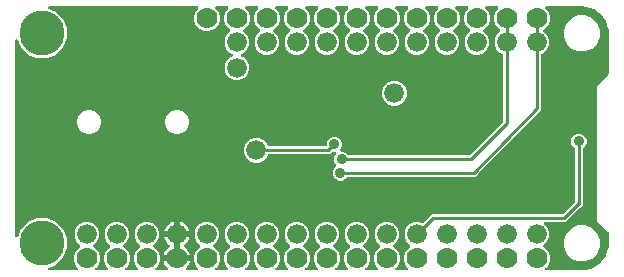
<source format=gbr>
G04 EAGLE Gerber RS-274X export*
G75*
%MOMM*%
%FSLAX34Y34*%
%LPD*%
%INBottom Copper*%
%IPPOS*%
%AMOC8*
5,1,8,0,0,1.08239X$1,22.5*%
G01*
%ADD10C,3.810000*%
%ADD11C,1.778000*%
%ADD12C,1.676400*%
%ADD13C,0.254000*%
%ADD14C,0.906400*%
%ADD15C,0.889000*%

G36*
X55285Y2558D02*
X55285Y2558D01*
X55424Y2571D01*
X55443Y2578D01*
X55464Y2581D01*
X55592Y2632D01*
X55724Y2679D01*
X55740Y2690D01*
X55759Y2698D01*
X55872Y2779D01*
X55987Y2857D01*
X56000Y2873D01*
X56017Y2884D01*
X56105Y2992D01*
X56197Y3096D01*
X56206Y3114D01*
X56219Y3129D01*
X56279Y3255D01*
X56342Y3379D01*
X56346Y3399D01*
X56355Y3417D01*
X56381Y3554D01*
X56411Y3689D01*
X56411Y3710D01*
X56415Y3729D01*
X56406Y3868D01*
X56402Y4007D01*
X56396Y4027D01*
X56395Y4047D01*
X56352Y4179D01*
X56313Y4313D01*
X56303Y4330D01*
X56297Y4349D01*
X56222Y4467D01*
X56152Y4587D01*
X56133Y4608D01*
X56127Y4618D01*
X56112Y4632D01*
X56045Y4707D01*
X54240Y6513D01*
X52577Y10527D01*
X52577Y14873D01*
X54240Y18887D01*
X57313Y21960D01*
X57339Y21971D01*
X57382Y21995D01*
X57429Y22012D01*
X57520Y22074D01*
X57615Y22128D01*
X57651Y22163D01*
X57692Y22191D01*
X57765Y22273D01*
X57843Y22349D01*
X57869Y22392D01*
X57902Y22429D01*
X57952Y22527D01*
X58010Y22620D01*
X58024Y22668D01*
X58047Y22712D01*
X58071Y22820D01*
X58103Y22924D01*
X58106Y22974D01*
X58117Y23023D01*
X58113Y23132D01*
X58119Y23242D01*
X58108Y23291D01*
X58107Y23340D01*
X58076Y23446D01*
X58054Y23553D01*
X58032Y23598D01*
X58019Y23646D01*
X57963Y23741D01*
X57915Y23839D01*
X57882Y23877D01*
X57857Y23920D01*
X57751Y24041D01*
X54671Y27121D01*
X53085Y30948D01*
X53085Y35092D01*
X54671Y38919D01*
X57601Y41849D01*
X61428Y43435D01*
X65572Y43435D01*
X69399Y41849D01*
X72329Y38919D01*
X73915Y35092D01*
X73915Y30948D01*
X72329Y27121D01*
X69249Y24041D01*
X69219Y24001D01*
X69182Y23968D01*
X69122Y23876D01*
X69054Y23789D01*
X69035Y23744D01*
X69007Y23702D01*
X68972Y23598D01*
X68928Y23498D01*
X68920Y23448D01*
X68904Y23401D01*
X68896Y23292D01*
X68878Y23184D01*
X68883Y23134D01*
X68879Y23084D01*
X68898Y22976D01*
X68908Y22867D01*
X68925Y22820D01*
X68933Y22771D01*
X68978Y22671D01*
X69016Y22568D01*
X69044Y22526D01*
X69064Y22481D01*
X69133Y22395D01*
X69194Y22304D01*
X69232Y22272D01*
X69263Y22233D01*
X69350Y22167D01*
X69433Y22094D01*
X69477Y22071D01*
X69517Y22041D01*
X69661Y21971D01*
X69687Y21960D01*
X72760Y18887D01*
X74423Y14873D01*
X74423Y10527D01*
X72760Y6513D01*
X70955Y4707D01*
X70869Y4598D01*
X70781Y4491D01*
X70772Y4472D01*
X70760Y4456D01*
X70704Y4328D01*
X70645Y4203D01*
X70641Y4183D01*
X70633Y4164D01*
X70611Y4026D01*
X70585Y3890D01*
X70587Y3870D01*
X70583Y3850D01*
X70596Y3711D01*
X70605Y3573D01*
X70611Y3554D01*
X70613Y3534D01*
X70660Y3402D01*
X70703Y3271D01*
X70714Y3253D01*
X70721Y3234D01*
X70799Y3119D01*
X70873Y3002D01*
X70888Y2988D01*
X70899Y2971D01*
X71004Y2879D01*
X71105Y2784D01*
X71123Y2774D01*
X71138Y2761D01*
X71262Y2697D01*
X71383Y2630D01*
X71403Y2625D01*
X71421Y2616D01*
X71557Y2586D01*
X71691Y2551D01*
X71719Y2549D01*
X71731Y2546D01*
X71752Y2547D01*
X71852Y2541D01*
X80548Y2541D01*
X80685Y2558D01*
X80824Y2571D01*
X80843Y2578D01*
X80864Y2581D01*
X80992Y2632D01*
X81124Y2679D01*
X81140Y2690D01*
X81159Y2698D01*
X81272Y2779D01*
X81387Y2857D01*
X81400Y2873D01*
X81417Y2884D01*
X81505Y2992D01*
X81597Y3096D01*
X81606Y3114D01*
X81619Y3129D01*
X81679Y3255D01*
X81742Y3379D01*
X81746Y3399D01*
X81755Y3417D01*
X81781Y3554D01*
X81811Y3689D01*
X81811Y3710D01*
X81815Y3729D01*
X81806Y3868D01*
X81802Y4007D01*
X81796Y4027D01*
X81795Y4047D01*
X81752Y4179D01*
X81713Y4313D01*
X81703Y4330D01*
X81697Y4349D01*
X81622Y4467D01*
X81552Y4587D01*
X81533Y4608D01*
X81527Y4618D01*
X81512Y4632D01*
X81445Y4707D01*
X79640Y6513D01*
X77977Y10527D01*
X77977Y14873D01*
X79640Y18887D01*
X82713Y21960D01*
X82739Y21971D01*
X82782Y21995D01*
X82829Y22012D01*
X82920Y22074D01*
X83015Y22128D01*
X83051Y22163D01*
X83092Y22191D01*
X83165Y22273D01*
X83243Y22349D01*
X83269Y22392D01*
X83302Y22429D01*
X83352Y22527D01*
X83410Y22620D01*
X83424Y22668D01*
X83447Y22712D01*
X83471Y22820D01*
X83503Y22924D01*
X83506Y22974D01*
X83517Y23023D01*
X83513Y23132D01*
X83519Y23242D01*
X83508Y23291D01*
X83507Y23340D01*
X83476Y23446D01*
X83454Y23553D01*
X83432Y23598D01*
X83419Y23646D01*
X83363Y23741D01*
X83315Y23839D01*
X83282Y23877D01*
X83257Y23920D01*
X83151Y24041D01*
X80071Y27121D01*
X78485Y30948D01*
X78485Y35092D01*
X80071Y38919D01*
X83001Y41849D01*
X86828Y43435D01*
X90972Y43435D01*
X94799Y41849D01*
X97729Y38919D01*
X99315Y35092D01*
X99315Y30948D01*
X97729Y27121D01*
X94649Y24041D01*
X94619Y24001D01*
X94582Y23968D01*
X94522Y23876D01*
X94454Y23789D01*
X94435Y23744D01*
X94407Y23702D01*
X94372Y23598D01*
X94328Y23498D01*
X94320Y23448D01*
X94304Y23401D01*
X94296Y23292D01*
X94278Y23184D01*
X94283Y23134D01*
X94279Y23084D01*
X94298Y22976D01*
X94308Y22867D01*
X94325Y22820D01*
X94333Y22771D01*
X94378Y22671D01*
X94416Y22568D01*
X94444Y22526D01*
X94464Y22481D01*
X94533Y22395D01*
X94594Y22304D01*
X94632Y22272D01*
X94663Y22233D01*
X94750Y22167D01*
X94833Y22094D01*
X94877Y22071D01*
X94917Y22041D01*
X95061Y21971D01*
X95087Y21960D01*
X98160Y18887D01*
X99823Y14873D01*
X99823Y10527D01*
X98160Y6513D01*
X96355Y4707D01*
X96269Y4598D01*
X96181Y4491D01*
X96172Y4472D01*
X96160Y4456D01*
X96104Y4328D01*
X96045Y4203D01*
X96041Y4183D01*
X96033Y4164D01*
X96011Y4026D01*
X95985Y3890D01*
X95987Y3870D01*
X95983Y3850D01*
X95996Y3711D01*
X96005Y3573D01*
X96011Y3554D01*
X96013Y3534D01*
X96060Y3402D01*
X96103Y3271D01*
X96114Y3253D01*
X96121Y3234D01*
X96199Y3119D01*
X96273Y3002D01*
X96288Y2988D01*
X96299Y2971D01*
X96404Y2879D01*
X96505Y2784D01*
X96523Y2774D01*
X96538Y2761D01*
X96662Y2697D01*
X96783Y2630D01*
X96803Y2625D01*
X96821Y2616D01*
X96957Y2586D01*
X97091Y2551D01*
X97119Y2549D01*
X97131Y2546D01*
X97152Y2547D01*
X97252Y2541D01*
X105948Y2541D01*
X106085Y2558D01*
X106224Y2571D01*
X106243Y2578D01*
X106264Y2581D01*
X106392Y2632D01*
X106524Y2679D01*
X106540Y2690D01*
X106559Y2698D01*
X106672Y2779D01*
X106787Y2857D01*
X106800Y2873D01*
X106817Y2884D01*
X106905Y2992D01*
X106997Y3096D01*
X107006Y3114D01*
X107019Y3129D01*
X107079Y3255D01*
X107142Y3379D01*
X107146Y3399D01*
X107155Y3417D01*
X107181Y3554D01*
X107211Y3689D01*
X107211Y3710D01*
X107215Y3729D01*
X107206Y3868D01*
X107202Y4007D01*
X107196Y4027D01*
X107195Y4047D01*
X107152Y4179D01*
X107113Y4313D01*
X107103Y4330D01*
X107097Y4349D01*
X107022Y4467D01*
X106952Y4587D01*
X106933Y4608D01*
X106927Y4618D01*
X106912Y4632D01*
X106845Y4707D01*
X105040Y6513D01*
X103377Y10527D01*
X103377Y14873D01*
X105040Y18887D01*
X108113Y21960D01*
X108139Y21971D01*
X108182Y21995D01*
X108229Y22012D01*
X108320Y22074D01*
X108415Y22128D01*
X108451Y22163D01*
X108492Y22191D01*
X108565Y22273D01*
X108643Y22349D01*
X108669Y22392D01*
X108702Y22429D01*
X108752Y22527D01*
X108810Y22620D01*
X108824Y22668D01*
X108847Y22712D01*
X108871Y22820D01*
X108903Y22924D01*
X108906Y22974D01*
X108917Y23023D01*
X108913Y23132D01*
X108919Y23242D01*
X108908Y23291D01*
X108907Y23340D01*
X108876Y23446D01*
X108854Y23553D01*
X108832Y23598D01*
X108819Y23646D01*
X108763Y23741D01*
X108715Y23839D01*
X108682Y23877D01*
X108657Y23920D01*
X108551Y24041D01*
X105471Y27121D01*
X103885Y30948D01*
X103885Y35092D01*
X105471Y38919D01*
X108401Y41849D01*
X112228Y43435D01*
X116372Y43435D01*
X120199Y41849D01*
X123129Y38919D01*
X124715Y35092D01*
X124715Y30948D01*
X123129Y27121D01*
X120049Y24041D01*
X120019Y24001D01*
X119982Y23968D01*
X119922Y23876D01*
X119854Y23789D01*
X119835Y23744D01*
X119807Y23702D01*
X119772Y23598D01*
X119728Y23498D01*
X119720Y23448D01*
X119704Y23401D01*
X119696Y23292D01*
X119678Y23184D01*
X119683Y23134D01*
X119679Y23084D01*
X119698Y22976D01*
X119708Y22867D01*
X119725Y22820D01*
X119733Y22771D01*
X119778Y22671D01*
X119816Y22568D01*
X119844Y22526D01*
X119864Y22481D01*
X119933Y22395D01*
X119994Y22304D01*
X120032Y22272D01*
X120063Y22233D01*
X120150Y22167D01*
X120233Y22094D01*
X120277Y22071D01*
X120317Y22041D01*
X120461Y21971D01*
X120487Y21960D01*
X123560Y18887D01*
X125223Y14873D01*
X125223Y10527D01*
X123560Y6513D01*
X121755Y4707D01*
X121669Y4598D01*
X121581Y4491D01*
X121572Y4472D01*
X121560Y4456D01*
X121504Y4328D01*
X121445Y4203D01*
X121441Y4183D01*
X121433Y4164D01*
X121411Y4026D01*
X121385Y3890D01*
X121387Y3870D01*
X121383Y3850D01*
X121396Y3711D01*
X121405Y3573D01*
X121411Y3554D01*
X121413Y3534D01*
X121460Y3402D01*
X121503Y3271D01*
X121514Y3253D01*
X121521Y3234D01*
X121599Y3119D01*
X121673Y3002D01*
X121688Y2988D01*
X121699Y2971D01*
X121804Y2879D01*
X121905Y2784D01*
X121923Y2774D01*
X121938Y2761D01*
X122062Y2697D01*
X122183Y2630D01*
X122203Y2625D01*
X122221Y2616D01*
X122357Y2586D01*
X122491Y2551D01*
X122519Y2549D01*
X122531Y2546D01*
X122552Y2547D01*
X122652Y2541D01*
X130630Y2541D01*
X130768Y2558D01*
X130906Y2571D01*
X130925Y2578D01*
X130945Y2581D01*
X131075Y2632D01*
X131205Y2679D01*
X131222Y2690D01*
X131241Y2698D01*
X131353Y2779D01*
X131468Y2857D01*
X131482Y2873D01*
X131498Y2884D01*
X131587Y2992D01*
X131679Y3096D01*
X131688Y3114D01*
X131701Y3129D01*
X131760Y3255D01*
X131823Y3379D01*
X131828Y3399D01*
X131836Y3417D01*
X131862Y3553D01*
X131893Y3689D01*
X131892Y3710D01*
X131896Y3729D01*
X131888Y3868D01*
X131883Y4007D01*
X131878Y4027D01*
X131876Y4047D01*
X131834Y4179D01*
X131795Y4313D01*
X131785Y4330D01*
X131778Y4349D01*
X131704Y4467D01*
X131633Y4587D01*
X131615Y4608D01*
X131608Y4618D01*
X131593Y4632D01*
X131527Y4708D01*
X130981Y5253D01*
X129923Y6709D01*
X129107Y8312D01*
X128551Y10023D01*
X128523Y10201D01*
X138470Y10201D01*
X138588Y10216D01*
X138707Y10223D01*
X138745Y10235D01*
X138785Y10241D01*
X138896Y10284D01*
X139009Y10321D01*
X139043Y10343D01*
X139081Y10358D01*
X139177Y10427D01*
X139278Y10491D01*
X139306Y10521D01*
X139338Y10544D01*
X139414Y10636D01*
X139496Y10723D01*
X139515Y10758D01*
X139541Y10789D01*
X139592Y10897D01*
X139649Y11001D01*
X139659Y11041D01*
X139677Y11077D01*
X139697Y11184D01*
X139701Y11154D01*
X139745Y11044D01*
X139781Y10931D01*
X139803Y10896D01*
X139818Y10859D01*
X139888Y10762D01*
X139951Y10662D01*
X139981Y10634D01*
X140005Y10601D01*
X140096Y10525D01*
X140183Y10444D01*
X140218Y10424D01*
X140250Y10399D01*
X140357Y10348D01*
X140462Y10290D01*
X140501Y10280D01*
X140537Y10263D01*
X140654Y10241D01*
X140770Y10211D01*
X140830Y10207D01*
X140850Y10203D01*
X140870Y10205D01*
X140930Y10201D01*
X150877Y10201D01*
X150849Y10023D01*
X150293Y8312D01*
X149477Y6709D01*
X148419Y5253D01*
X147873Y4708D01*
X147788Y4598D01*
X147699Y4491D01*
X147690Y4472D01*
X147678Y4456D01*
X147623Y4328D01*
X147564Y4203D01*
X147560Y4183D01*
X147552Y4164D01*
X147530Y4026D01*
X147504Y3890D01*
X147505Y3870D01*
X147502Y3850D01*
X147515Y3711D01*
X147524Y3573D01*
X147530Y3554D01*
X147532Y3534D01*
X147579Y3403D01*
X147622Y3271D01*
X147632Y3253D01*
X147639Y3234D01*
X147717Y3120D01*
X147792Y3002D01*
X147806Y2988D01*
X147818Y2971D01*
X147922Y2879D01*
X148023Y2784D01*
X148041Y2774D01*
X148056Y2761D01*
X148180Y2698D01*
X148302Y2630D01*
X148321Y2625D01*
X148339Y2616D01*
X148475Y2586D01*
X148610Y2551D01*
X148638Y2549D01*
X148650Y2546D01*
X148670Y2547D01*
X148770Y2541D01*
X156748Y2541D01*
X156885Y2558D01*
X157024Y2571D01*
X157043Y2578D01*
X157064Y2581D01*
X157192Y2632D01*
X157324Y2679D01*
X157340Y2690D01*
X157359Y2698D01*
X157472Y2779D01*
X157587Y2857D01*
X157600Y2873D01*
X157617Y2884D01*
X157705Y2992D01*
X157797Y3096D01*
X157806Y3114D01*
X157819Y3129D01*
X157879Y3255D01*
X157942Y3379D01*
X157946Y3399D01*
X157955Y3417D01*
X157981Y3554D01*
X158011Y3689D01*
X158011Y3710D01*
X158015Y3729D01*
X158006Y3868D01*
X158002Y4007D01*
X157996Y4027D01*
X157995Y4047D01*
X157952Y4179D01*
X157913Y4313D01*
X157903Y4330D01*
X157897Y4349D01*
X157822Y4467D01*
X157752Y4587D01*
X157733Y4608D01*
X157727Y4618D01*
X157712Y4632D01*
X157645Y4707D01*
X155840Y6513D01*
X154177Y10527D01*
X154177Y14873D01*
X155840Y18887D01*
X158913Y21960D01*
X158939Y21971D01*
X158982Y21995D01*
X159029Y22012D01*
X159120Y22074D01*
X159215Y22128D01*
X159251Y22163D01*
X159292Y22191D01*
X159365Y22273D01*
X159443Y22349D01*
X159469Y22392D01*
X159502Y22429D01*
X159552Y22527D01*
X159610Y22621D01*
X159624Y22668D01*
X159647Y22712D01*
X159671Y22819D01*
X159703Y22924D01*
X159706Y22974D01*
X159717Y23023D01*
X159713Y23132D01*
X159719Y23242D01*
X159708Y23291D01*
X159707Y23340D01*
X159676Y23446D01*
X159654Y23554D01*
X159632Y23598D01*
X159619Y23646D01*
X159563Y23741D01*
X159514Y23839D01*
X159482Y23877D01*
X159457Y23920D01*
X159351Y24041D01*
X156271Y27121D01*
X154685Y30948D01*
X154685Y35092D01*
X156271Y38919D01*
X159201Y41849D01*
X163028Y43435D01*
X167172Y43435D01*
X170999Y41849D01*
X173929Y38919D01*
X175515Y35092D01*
X175515Y30948D01*
X173929Y27121D01*
X170849Y24041D01*
X170819Y24001D01*
X170782Y23968D01*
X170722Y23876D01*
X170654Y23789D01*
X170635Y23744D01*
X170607Y23702D01*
X170572Y23599D01*
X170528Y23498D01*
X170520Y23448D01*
X170504Y23402D01*
X170496Y23292D01*
X170478Y23184D01*
X170483Y23134D01*
X170479Y23085D01*
X170498Y22977D01*
X170508Y22867D01*
X170525Y22820D01*
X170533Y22771D01*
X170579Y22671D01*
X170616Y22568D01*
X170644Y22527D01*
X170664Y22481D01*
X170733Y22395D01*
X170794Y22305D01*
X170831Y22272D01*
X170863Y22233D01*
X170950Y22167D01*
X171033Y22094D01*
X171077Y22071D01*
X171117Y22042D01*
X171261Y21971D01*
X171287Y21960D01*
X174360Y18887D01*
X176023Y14873D01*
X176023Y10527D01*
X174360Y6513D01*
X172555Y4707D01*
X172469Y4598D01*
X172381Y4491D01*
X172372Y4472D01*
X172360Y4456D01*
X172304Y4328D01*
X172245Y4203D01*
X172241Y4183D01*
X172233Y4164D01*
X172211Y4026D01*
X172185Y3890D01*
X172187Y3870D01*
X172183Y3850D01*
X172196Y3711D01*
X172205Y3573D01*
X172211Y3554D01*
X172213Y3534D01*
X172260Y3402D01*
X172303Y3271D01*
X172314Y3253D01*
X172321Y3234D01*
X172399Y3119D01*
X172473Y3002D01*
X172488Y2988D01*
X172499Y2971D01*
X172604Y2879D01*
X172705Y2784D01*
X172723Y2774D01*
X172738Y2761D01*
X172862Y2697D01*
X172983Y2630D01*
X173003Y2625D01*
X173021Y2616D01*
X173157Y2586D01*
X173291Y2551D01*
X173319Y2549D01*
X173331Y2546D01*
X173352Y2547D01*
X173452Y2541D01*
X182148Y2541D01*
X182285Y2558D01*
X182424Y2571D01*
X182443Y2578D01*
X182464Y2581D01*
X182592Y2632D01*
X182724Y2679D01*
X182740Y2690D01*
X182759Y2698D01*
X182872Y2779D01*
X182987Y2857D01*
X183000Y2873D01*
X183017Y2884D01*
X183105Y2992D01*
X183197Y3096D01*
X183206Y3114D01*
X183219Y3129D01*
X183279Y3255D01*
X183342Y3379D01*
X183346Y3399D01*
X183355Y3417D01*
X183381Y3554D01*
X183411Y3689D01*
X183411Y3710D01*
X183415Y3729D01*
X183406Y3868D01*
X183402Y4007D01*
X183396Y4027D01*
X183395Y4047D01*
X183352Y4179D01*
X183313Y4313D01*
X183303Y4330D01*
X183297Y4349D01*
X183222Y4467D01*
X183152Y4587D01*
X183133Y4608D01*
X183127Y4618D01*
X183112Y4632D01*
X183045Y4707D01*
X181240Y6513D01*
X179577Y10527D01*
X179577Y14873D01*
X181240Y18887D01*
X184313Y21960D01*
X184339Y21971D01*
X184382Y21995D01*
X184429Y22012D01*
X184520Y22074D01*
X184615Y22128D01*
X184651Y22163D01*
X184692Y22191D01*
X184765Y22273D01*
X184843Y22349D01*
X184869Y22392D01*
X184902Y22429D01*
X184952Y22527D01*
X185010Y22621D01*
X185024Y22668D01*
X185047Y22712D01*
X185071Y22819D01*
X185103Y22924D01*
X185106Y22974D01*
X185117Y23023D01*
X185113Y23132D01*
X185119Y23242D01*
X185108Y23291D01*
X185107Y23340D01*
X185076Y23446D01*
X185054Y23554D01*
X185032Y23598D01*
X185019Y23646D01*
X184963Y23741D01*
X184914Y23839D01*
X184882Y23877D01*
X184857Y23920D01*
X184751Y24041D01*
X181671Y27121D01*
X180085Y30948D01*
X180085Y35092D01*
X181671Y38919D01*
X184601Y41849D01*
X188428Y43435D01*
X192572Y43435D01*
X196399Y41849D01*
X199329Y38919D01*
X200915Y35092D01*
X200915Y30948D01*
X199329Y27121D01*
X196249Y24041D01*
X196219Y24001D01*
X196182Y23968D01*
X196122Y23876D01*
X196054Y23789D01*
X196035Y23744D01*
X196007Y23702D01*
X195972Y23599D01*
X195928Y23498D01*
X195920Y23448D01*
X195904Y23402D01*
X195896Y23292D01*
X195878Y23184D01*
X195883Y23134D01*
X195879Y23085D01*
X195898Y22977D01*
X195908Y22867D01*
X195925Y22820D01*
X195933Y22771D01*
X195979Y22671D01*
X196016Y22568D01*
X196044Y22527D01*
X196064Y22481D01*
X196133Y22395D01*
X196194Y22305D01*
X196231Y22272D01*
X196263Y22233D01*
X196350Y22167D01*
X196433Y22094D01*
X196477Y22071D01*
X196517Y22042D01*
X196661Y21971D01*
X196687Y21960D01*
X199760Y18887D01*
X201423Y14873D01*
X201423Y10527D01*
X199760Y6513D01*
X197955Y4707D01*
X197869Y4598D01*
X197781Y4491D01*
X197772Y4472D01*
X197760Y4456D01*
X197704Y4328D01*
X197645Y4203D01*
X197641Y4183D01*
X197633Y4164D01*
X197611Y4026D01*
X197585Y3890D01*
X197587Y3870D01*
X197583Y3850D01*
X197596Y3711D01*
X197605Y3573D01*
X197611Y3554D01*
X197613Y3534D01*
X197660Y3402D01*
X197703Y3271D01*
X197714Y3253D01*
X197721Y3234D01*
X197799Y3119D01*
X197873Y3002D01*
X197888Y2988D01*
X197899Y2971D01*
X198004Y2879D01*
X198105Y2784D01*
X198123Y2774D01*
X198138Y2761D01*
X198262Y2697D01*
X198383Y2630D01*
X198403Y2625D01*
X198421Y2616D01*
X198557Y2586D01*
X198691Y2551D01*
X198719Y2549D01*
X198731Y2546D01*
X198752Y2547D01*
X198852Y2541D01*
X207548Y2541D01*
X207685Y2558D01*
X207824Y2571D01*
X207843Y2578D01*
X207864Y2581D01*
X207992Y2632D01*
X208124Y2679D01*
X208140Y2690D01*
X208159Y2698D01*
X208272Y2779D01*
X208387Y2857D01*
X208400Y2873D01*
X208417Y2884D01*
X208505Y2992D01*
X208597Y3096D01*
X208606Y3114D01*
X208619Y3129D01*
X208679Y3255D01*
X208742Y3379D01*
X208746Y3399D01*
X208755Y3417D01*
X208781Y3554D01*
X208811Y3689D01*
X208811Y3710D01*
X208815Y3729D01*
X208806Y3868D01*
X208802Y4007D01*
X208796Y4027D01*
X208795Y4047D01*
X208752Y4179D01*
X208713Y4313D01*
X208703Y4330D01*
X208697Y4349D01*
X208622Y4467D01*
X208552Y4587D01*
X208533Y4608D01*
X208527Y4618D01*
X208512Y4632D01*
X208445Y4707D01*
X206640Y6513D01*
X204977Y10527D01*
X204977Y14873D01*
X206640Y18887D01*
X209713Y21960D01*
X209739Y21971D01*
X209782Y21995D01*
X209829Y22012D01*
X209920Y22074D01*
X210015Y22128D01*
X210051Y22163D01*
X210092Y22191D01*
X210165Y22273D01*
X210243Y22349D01*
X210269Y22392D01*
X210302Y22429D01*
X210352Y22527D01*
X210410Y22621D01*
X210424Y22668D01*
X210447Y22712D01*
X210471Y22819D01*
X210503Y22924D01*
X210506Y22974D01*
X210517Y23023D01*
X210513Y23132D01*
X210519Y23242D01*
X210508Y23291D01*
X210507Y23340D01*
X210476Y23446D01*
X210454Y23554D01*
X210432Y23598D01*
X210419Y23646D01*
X210363Y23741D01*
X210314Y23839D01*
X210282Y23877D01*
X210257Y23920D01*
X210151Y24041D01*
X207071Y27121D01*
X205485Y30948D01*
X205485Y35092D01*
X207071Y38919D01*
X210001Y41849D01*
X213828Y43435D01*
X217972Y43435D01*
X221799Y41849D01*
X224729Y38919D01*
X226315Y35092D01*
X226315Y30948D01*
X224729Y27121D01*
X221649Y24041D01*
X221619Y24001D01*
X221582Y23968D01*
X221522Y23876D01*
X221454Y23789D01*
X221435Y23744D01*
X221407Y23702D01*
X221372Y23599D01*
X221328Y23498D01*
X221320Y23448D01*
X221304Y23402D01*
X221296Y23292D01*
X221278Y23184D01*
X221283Y23134D01*
X221279Y23085D01*
X221298Y22977D01*
X221308Y22867D01*
X221325Y22820D01*
X221333Y22771D01*
X221379Y22671D01*
X221416Y22568D01*
X221444Y22527D01*
X221464Y22481D01*
X221533Y22395D01*
X221594Y22305D01*
X221631Y22272D01*
X221663Y22233D01*
X221750Y22167D01*
X221833Y22094D01*
X221877Y22071D01*
X221917Y22042D01*
X222061Y21971D01*
X222087Y21960D01*
X225160Y18887D01*
X226823Y14873D01*
X226823Y10527D01*
X225160Y6513D01*
X223355Y4707D01*
X223269Y4598D01*
X223181Y4491D01*
X223172Y4472D01*
X223160Y4456D01*
X223104Y4328D01*
X223045Y4203D01*
X223041Y4183D01*
X223033Y4164D01*
X223011Y4026D01*
X222985Y3890D01*
X222987Y3870D01*
X222983Y3850D01*
X222996Y3711D01*
X223005Y3573D01*
X223011Y3554D01*
X223013Y3534D01*
X223060Y3402D01*
X223103Y3271D01*
X223114Y3253D01*
X223121Y3234D01*
X223199Y3119D01*
X223273Y3002D01*
X223288Y2988D01*
X223299Y2971D01*
X223404Y2879D01*
X223505Y2784D01*
X223523Y2774D01*
X223538Y2761D01*
X223662Y2697D01*
X223783Y2630D01*
X223803Y2625D01*
X223821Y2616D01*
X223957Y2586D01*
X224091Y2551D01*
X224119Y2549D01*
X224131Y2546D01*
X224152Y2547D01*
X224252Y2541D01*
X232948Y2541D01*
X233085Y2558D01*
X233224Y2571D01*
X233243Y2578D01*
X233264Y2581D01*
X233392Y2632D01*
X233524Y2679D01*
X233540Y2690D01*
X233559Y2698D01*
X233672Y2779D01*
X233787Y2857D01*
X233800Y2873D01*
X233817Y2884D01*
X233905Y2992D01*
X233997Y3096D01*
X234006Y3114D01*
X234019Y3129D01*
X234079Y3255D01*
X234142Y3379D01*
X234146Y3399D01*
X234155Y3417D01*
X234181Y3554D01*
X234211Y3689D01*
X234211Y3710D01*
X234215Y3729D01*
X234206Y3868D01*
X234202Y4007D01*
X234196Y4027D01*
X234195Y4047D01*
X234152Y4179D01*
X234113Y4313D01*
X234103Y4330D01*
X234097Y4349D01*
X234022Y4467D01*
X233952Y4587D01*
X233933Y4608D01*
X233927Y4618D01*
X233912Y4632D01*
X233845Y4707D01*
X232040Y6513D01*
X230377Y10527D01*
X230377Y14873D01*
X232040Y18887D01*
X235113Y21960D01*
X235139Y21971D01*
X235182Y21995D01*
X235229Y22012D01*
X235320Y22074D01*
X235415Y22128D01*
X235451Y22163D01*
X235492Y22191D01*
X235565Y22273D01*
X235643Y22349D01*
X235669Y22392D01*
X235702Y22429D01*
X235752Y22527D01*
X235810Y22621D01*
X235824Y22668D01*
X235847Y22712D01*
X235871Y22819D01*
X235903Y22924D01*
X235906Y22974D01*
X235917Y23023D01*
X235913Y23132D01*
X235919Y23242D01*
X235908Y23291D01*
X235907Y23340D01*
X235876Y23446D01*
X235854Y23554D01*
X235832Y23598D01*
X235819Y23646D01*
X235763Y23741D01*
X235714Y23839D01*
X235682Y23877D01*
X235657Y23920D01*
X235551Y24041D01*
X232471Y27121D01*
X230885Y30948D01*
X230885Y35092D01*
X232471Y38919D01*
X235401Y41849D01*
X239228Y43435D01*
X243372Y43435D01*
X247199Y41849D01*
X250129Y38919D01*
X251715Y35092D01*
X251715Y30948D01*
X250129Y27121D01*
X247049Y24041D01*
X247019Y24001D01*
X246982Y23968D01*
X246922Y23876D01*
X246854Y23789D01*
X246835Y23744D01*
X246807Y23702D01*
X246772Y23599D01*
X246728Y23498D01*
X246720Y23448D01*
X246704Y23402D01*
X246696Y23292D01*
X246678Y23184D01*
X246683Y23134D01*
X246679Y23085D01*
X246698Y22977D01*
X246708Y22867D01*
X246725Y22820D01*
X246733Y22771D01*
X246779Y22671D01*
X246816Y22568D01*
X246844Y22527D01*
X246864Y22481D01*
X246933Y22395D01*
X246994Y22305D01*
X247031Y22272D01*
X247063Y22233D01*
X247150Y22167D01*
X247233Y22094D01*
X247277Y22071D01*
X247317Y22042D01*
X247461Y21971D01*
X247487Y21960D01*
X250560Y18887D01*
X252223Y14873D01*
X252223Y10527D01*
X250560Y6513D01*
X248755Y4707D01*
X248669Y4598D01*
X248581Y4491D01*
X248572Y4472D01*
X248560Y4456D01*
X248504Y4328D01*
X248445Y4203D01*
X248441Y4183D01*
X248433Y4164D01*
X248411Y4026D01*
X248385Y3890D01*
X248387Y3870D01*
X248383Y3850D01*
X248396Y3711D01*
X248405Y3573D01*
X248411Y3554D01*
X248413Y3534D01*
X248460Y3402D01*
X248503Y3271D01*
X248514Y3253D01*
X248521Y3234D01*
X248599Y3119D01*
X248673Y3002D01*
X248688Y2988D01*
X248699Y2971D01*
X248804Y2879D01*
X248905Y2784D01*
X248923Y2774D01*
X248938Y2761D01*
X249062Y2697D01*
X249183Y2630D01*
X249203Y2625D01*
X249221Y2616D01*
X249357Y2586D01*
X249491Y2551D01*
X249519Y2549D01*
X249531Y2546D01*
X249552Y2547D01*
X249652Y2541D01*
X258348Y2541D01*
X258485Y2558D01*
X258624Y2571D01*
X258643Y2578D01*
X258664Y2581D01*
X258792Y2632D01*
X258924Y2679D01*
X258940Y2690D01*
X258959Y2698D01*
X259072Y2779D01*
X259187Y2857D01*
X259200Y2873D01*
X259217Y2884D01*
X259305Y2992D01*
X259397Y3096D01*
X259406Y3114D01*
X259419Y3129D01*
X259479Y3255D01*
X259542Y3379D01*
X259546Y3399D01*
X259555Y3417D01*
X259581Y3554D01*
X259611Y3689D01*
X259611Y3710D01*
X259615Y3729D01*
X259606Y3868D01*
X259602Y4007D01*
X259596Y4027D01*
X259595Y4047D01*
X259552Y4179D01*
X259513Y4313D01*
X259503Y4330D01*
X259497Y4349D01*
X259422Y4467D01*
X259352Y4587D01*
X259333Y4608D01*
X259327Y4618D01*
X259312Y4632D01*
X259245Y4707D01*
X257440Y6513D01*
X255777Y10527D01*
X255777Y14873D01*
X257440Y18887D01*
X260513Y21960D01*
X260539Y21971D01*
X260582Y21995D01*
X260629Y22012D01*
X260720Y22074D01*
X260815Y22128D01*
X260851Y22163D01*
X260892Y22191D01*
X260965Y22273D01*
X261043Y22349D01*
X261069Y22392D01*
X261102Y22429D01*
X261152Y22527D01*
X261210Y22621D01*
X261224Y22668D01*
X261247Y22712D01*
X261271Y22819D01*
X261303Y22924D01*
X261306Y22974D01*
X261317Y23023D01*
X261313Y23132D01*
X261319Y23242D01*
X261308Y23291D01*
X261307Y23340D01*
X261276Y23446D01*
X261254Y23554D01*
X261232Y23598D01*
X261219Y23646D01*
X261163Y23741D01*
X261114Y23839D01*
X261082Y23877D01*
X261057Y23920D01*
X260951Y24041D01*
X257871Y27121D01*
X256285Y30948D01*
X256285Y35092D01*
X257871Y38919D01*
X260801Y41849D01*
X264628Y43435D01*
X268772Y43435D01*
X272599Y41849D01*
X275529Y38919D01*
X277115Y35092D01*
X277115Y30948D01*
X275529Y27121D01*
X272449Y24041D01*
X272419Y24001D01*
X272382Y23968D01*
X272322Y23876D01*
X272254Y23789D01*
X272235Y23744D01*
X272207Y23702D01*
X272172Y23599D01*
X272128Y23498D01*
X272120Y23448D01*
X272104Y23402D01*
X272096Y23292D01*
X272078Y23184D01*
X272083Y23134D01*
X272079Y23085D01*
X272098Y22977D01*
X272108Y22867D01*
X272125Y22820D01*
X272133Y22771D01*
X272179Y22671D01*
X272216Y22568D01*
X272244Y22527D01*
X272264Y22481D01*
X272333Y22395D01*
X272394Y22305D01*
X272431Y22272D01*
X272463Y22233D01*
X272550Y22167D01*
X272633Y22094D01*
X272677Y22071D01*
X272717Y22042D01*
X272861Y21971D01*
X272887Y21960D01*
X275960Y18887D01*
X277623Y14873D01*
X277623Y10527D01*
X275960Y6513D01*
X274155Y4707D01*
X274069Y4598D01*
X273981Y4491D01*
X273972Y4472D01*
X273960Y4456D01*
X273904Y4328D01*
X273845Y4203D01*
X273841Y4183D01*
X273833Y4164D01*
X273811Y4026D01*
X273785Y3890D01*
X273787Y3870D01*
X273783Y3850D01*
X273796Y3711D01*
X273805Y3573D01*
X273811Y3554D01*
X273813Y3534D01*
X273860Y3402D01*
X273903Y3271D01*
X273914Y3253D01*
X273921Y3234D01*
X273999Y3119D01*
X274073Y3002D01*
X274088Y2988D01*
X274099Y2971D01*
X274204Y2879D01*
X274305Y2784D01*
X274323Y2774D01*
X274338Y2761D01*
X274462Y2697D01*
X274583Y2630D01*
X274603Y2625D01*
X274621Y2616D01*
X274757Y2586D01*
X274891Y2551D01*
X274919Y2549D01*
X274931Y2546D01*
X274952Y2547D01*
X275052Y2541D01*
X283748Y2541D01*
X283885Y2558D01*
X284024Y2571D01*
X284043Y2578D01*
X284064Y2581D01*
X284192Y2632D01*
X284324Y2679D01*
X284340Y2690D01*
X284359Y2698D01*
X284472Y2779D01*
X284587Y2857D01*
X284600Y2873D01*
X284617Y2884D01*
X284705Y2992D01*
X284797Y3096D01*
X284806Y3114D01*
X284819Y3129D01*
X284879Y3255D01*
X284942Y3379D01*
X284946Y3399D01*
X284955Y3417D01*
X284981Y3554D01*
X285011Y3689D01*
X285011Y3710D01*
X285015Y3729D01*
X285006Y3868D01*
X285002Y4007D01*
X284996Y4027D01*
X284995Y4047D01*
X284952Y4179D01*
X284913Y4313D01*
X284903Y4330D01*
X284897Y4349D01*
X284822Y4467D01*
X284752Y4587D01*
X284733Y4608D01*
X284727Y4618D01*
X284712Y4632D01*
X284645Y4707D01*
X282840Y6513D01*
X281177Y10527D01*
X281177Y14873D01*
X282840Y18887D01*
X285913Y21960D01*
X285939Y21971D01*
X285982Y21995D01*
X286029Y22012D01*
X286120Y22074D01*
X286215Y22128D01*
X286251Y22163D01*
X286292Y22191D01*
X286365Y22273D01*
X286443Y22349D01*
X286469Y22392D01*
X286502Y22429D01*
X286552Y22527D01*
X286610Y22621D01*
X286624Y22668D01*
X286647Y22712D01*
X286671Y22819D01*
X286703Y22924D01*
X286706Y22974D01*
X286717Y23023D01*
X286713Y23132D01*
X286719Y23242D01*
X286708Y23291D01*
X286707Y23340D01*
X286676Y23446D01*
X286654Y23554D01*
X286632Y23598D01*
X286619Y23646D01*
X286563Y23741D01*
X286514Y23839D01*
X286482Y23877D01*
X286457Y23920D01*
X286351Y24041D01*
X283271Y27121D01*
X281685Y30948D01*
X281685Y35092D01*
X283271Y38919D01*
X286201Y41849D01*
X290028Y43435D01*
X294172Y43435D01*
X297999Y41849D01*
X300929Y38919D01*
X302515Y35092D01*
X302515Y30948D01*
X300929Y27121D01*
X297849Y24041D01*
X297819Y24001D01*
X297782Y23968D01*
X297722Y23876D01*
X297654Y23789D01*
X297635Y23744D01*
X297607Y23702D01*
X297572Y23599D01*
X297528Y23498D01*
X297520Y23448D01*
X297504Y23402D01*
X297496Y23292D01*
X297478Y23184D01*
X297483Y23134D01*
X297479Y23085D01*
X297498Y22977D01*
X297508Y22867D01*
X297525Y22820D01*
X297533Y22771D01*
X297579Y22671D01*
X297616Y22568D01*
X297644Y22527D01*
X297664Y22481D01*
X297733Y22395D01*
X297794Y22305D01*
X297831Y22272D01*
X297863Y22233D01*
X297950Y22167D01*
X298033Y22094D01*
X298077Y22071D01*
X298117Y22042D01*
X298261Y21971D01*
X298287Y21960D01*
X301360Y18887D01*
X303023Y14873D01*
X303023Y10527D01*
X301360Y6513D01*
X299555Y4707D01*
X299469Y4598D01*
X299381Y4491D01*
X299372Y4472D01*
X299360Y4456D01*
X299304Y4328D01*
X299245Y4203D01*
X299241Y4183D01*
X299233Y4164D01*
X299211Y4026D01*
X299185Y3890D01*
X299187Y3870D01*
X299183Y3850D01*
X299196Y3711D01*
X299205Y3573D01*
X299211Y3554D01*
X299213Y3534D01*
X299260Y3402D01*
X299303Y3271D01*
X299314Y3253D01*
X299321Y3234D01*
X299399Y3119D01*
X299473Y3002D01*
X299488Y2988D01*
X299499Y2971D01*
X299604Y2879D01*
X299705Y2784D01*
X299723Y2774D01*
X299738Y2761D01*
X299862Y2697D01*
X299983Y2630D01*
X300003Y2625D01*
X300021Y2616D01*
X300157Y2586D01*
X300291Y2551D01*
X300319Y2549D01*
X300331Y2546D01*
X300352Y2547D01*
X300452Y2541D01*
X309148Y2541D01*
X309285Y2558D01*
X309424Y2571D01*
X309443Y2578D01*
X309464Y2581D01*
X309592Y2632D01*
X309724Y2679D01*
X309740Y2690D01*
X309759Y2698D01*
X309872Y2779D01*
X309987Y2857D01*
X310000Y2873D01*
X310017Y2884D01*
X310105Y2992D01*
X310197Y3096D01*
X310206Y3114D01*
X310219Y3129D01*
X310279Y3255D01*
X310342Y3379D01*
X310346Y3399D01*
X310355Y3417D01*
X310381Y3554D01*
X310411Y3689D01*
X310411Y3710D01*
X310415Y3729D01*
X310406Y3868D01*
X310402Y4007D01*
X310396Y4027D01*
X310395Y4047D01*
X310352Y4179D01*
X310313Y4313D01*
X310303Y4330D01*
X310297Y4349D01*
X310222Y4467D01*
X310152Y4587D01*
X310133Y4608D01*
X310127Y4618D01*
X310112Y4632D01*
X310045Y4707D01*
X308240Y6513D01*
X306577Y10527D01*
X306577Y14873D01*
X308240Y18887D01*
X311313Y21960D01*
X311339Y21971D01*
X311382Y21995D01*
X311429Y22012D01*
X311520Y22074D01*
X311615Y22128D01*
X311651Y22163D01*
X311692Y22191D01*
X311765Y22273D01*
X311843Y22349D01*
X311869Y22392D01*
X311902Y22429D01*
X311952Y22527D01*
X312010Y22621D01*
X312024Y22668D01*
X312047Y22712D01*
X312071Y22819D01*
X312103Y22924D01*
X312106Y22974D01*
X312117Y23023D01*
X312113Y23132D01*
X312119Y23242D01*
X312108Y23291D01*
X312107Y23340D01*
X312076Y23446D01*
X312054Y23554D01*
X312032Y23598D01*
X312019Y23646D01*
X311963Y23741D01*
X311914Y23839D01*
X311882Y23877D01*
X311857Y23920D01*
X311751Y24041D01*
X308671Y27121D01*
X307085Y30948D01*
X307085Y35092D01*
X308671Y38919D01*
X311601Y41849D01*
X315428Y43435D01*
X319572Y43435D01*
X323399Y41849D01*
X326329Y38919D01*
X327915Y35092D01*
X327915Y30948D01*
X326329Y27121D01*
X323249Y24041D01*
X323219Y24001D01*
X323182Y23968D01*
X323122Y23876D01*
X323054Y23789D01*
X323035Y23744D01*
X323007Y23702D01*
X322972Y23599D01*
X322928Y23498D01*
X322920Y23448D01*
X322904Y23402D01*
X322896Y23292D01*
X322878Y23184D01*
X322883Y23134D01*
X322879Y23085D01*
X322898Y22977D01*
X322908Y22867D01*
X322925Y22820D01*
X322933Y22771D01*
X322979Y22671D01*
X323016Y22568D01*
X323044Y22527D01*
X323064Y22481D01*
X323133Y22395D01*
X323194Y22305D01*
X323231Y22272D01*
X323263Y22233D01*
X323350Y22167D01*
X323433Y22094D01*
X323477Y22071D01*
X323517Y22042D01*
X323661Y21971D01*
X323687Y21960D01*
X326760Y18887D01*
X328423Y14873D01*
X328423Y10527D01*
X326760Y6513D01*
X324955Y4707D01*
X324869Y4598D01*
X324781Y4491D01*
X324772Y4472D01*
X324760Y4456D01*
X324704Y4328D01*
X324645Y4203D01*
X324641Y4183D01*
X324633Y4164D01*
X324611Y4026D01*
X324585Y3890D01*
X324587Y3870D01*
X324583Y3850D01*
X324596Y3711D01*
X324605Y3573D01*
X324611Y3554D01*
X324613Y3534D01*
X324660Y3402D01*
X324703Y3271D01*
X324714Y3253D01*
X324721Y3234D01*
X324799Y3119D01*
X324873Y3002D01*
X324888Y2988D01*
X324899Y2971D01*
X325004Y2879D01*
X325105Y2784D01*
X325123Y2774D01*
X325138Y2761D01*
X325262Y2697D01*
X325383Y2630D01*
X325403Y2625D01*
X325421Y2616D01*
X325557Y2586D01*
X325691Y2551D01*
X325719Y2549D01*
X325731Y2546D01*
X325752Y2547D01*
X325852Y2541D01*
X334548Y2541D01*
X334685Y2558D01*
X334824Y2571D01*
X334843Y2578D01*
X334864Y2581D01*
X334992Y2632D01*
X335124Y2679D01*
X335140Y2690D01*
X335159Y2698D01*
X335272Y2779D01*
X335387Y2857D01*
X335400Y2873D01*
X335417Y2884D01*
X335505Y2992D01*
X335597Y3096D01*
X335606Y3114D01*
X335619Y3129D01*
X335679Y3255D01*
X335742Y3379D01*
X335746Y3399D01*
X335755Y3417D01*
X335781Y3554D01*
X335811Y3689D01*
X335811Y3710D01*
X335815Y3729D01*
X335806Y3868D01*
X335802Y4007D01*
X335796Y4027D01*
X335795Y4047D01*
X335752Y4179D01*
X335713Y4313D01*
X335703Y4330D01*
X335697Y4349D01*
X335622Y4467D01*
X335552Y4587D01*
X335533Y4608D01*
X335527Y4618D01*
X335512Y4632D01*
X335445Y4707D01*
X333640Y6513D01*
X331977Y10527D01*
X331977Y14873D01*
X333640Y18887D01*
X336713Y21960D01*
X336739Y21971D01*
X336782Y21995D01*
X336829Y22012D01*
X336920Y22074D01*
X337015Y22128D01*
X337051Y22163D01*
X337092Y22191D01*
X337165Y22273D01*
X337243Y22349D01*
X337269Y22392D01*
X337302Y22429D01*
X337352Y22527D01*
X337410Y22621D01*
X337424Y22668D01*
X337447Y22712D01*
X337471Y22819D01*
X337503Y22924D01*
X337506Y22974D01*
X337517Y23023D01*
X337513Y23132D01*
X337519Y23242D01*
X337508Y23291D01*
X337507Y23340D01*
X337476Y23446D01*
X337454Y23554D01*
X337432Y23598D01*
X337419Y23646D01*
X337363Y23741D01*
X337314Y23839D01*
X337282Y23877D01*
X337257Y23920D01*
X337151Y24041D01*
X334071Y27121D01*
X332485Y30948D01*
X332485Y35092D01*
X334071Y38919D01*
X337001Y41849D01*
X340828Y43435D01*
X344972Y43435D01*
X346785Y42684D01*
X346813Y42676D01*
X346840Y42662D01*
X346966Y42634D01*
X347092Y42600D01*
X347121Y42599D01*
X347150Y42593D01*
X347280Y42597D01*
X347410Y42595D01*
X347438Y42602D01*
X347468Y42602D01*
X347592Y42639D01*
X347719Y42669D01*
X347745Y42683D01*
X347773Y42691D01*
X347885Y42757D01*
X348000Y42818D01*
X348022Y42837D01*
X348047Y42852D01*
X348168Y42959D01*
X353196Y47986D01*
X355502Y50293D01*
X465466Y50293D01*
X465564Y50305D01*
X465663Y50308D01*
X465722Y50325D01*
X465782Y50333D01*
X465874Y50369D01*
X465969Y50397D01*
X466021Y50427D01*
X466077Y50450D01*
X466157Y50508D01*
X466243Y50558D01*
X466318Y50624D01*
X466335Y50636D01*
X466343Y50646D01*
X466364Y50664D01*
X476386Y60686D01*
X476446Y60765D01*
X476514Y60837D01*
X476543Y60890D01*
X476580Y60938D01*
X476620Y61029D01*
X476668Y61115D01*
X476683Y61174D01*
X476707Y61229D01*
X476722Y61327D01*
X476747Y61423D01*
X476753Y61523D01*
X476757Y61544D01*
X476755Y61556D01*
X476757Y61584D01*
X476757Y105253D01*
X476745Y105351D01*
X476742Y105450D01*
X476725Y105508D01*
X476717Y105569D01*
X476681Y105661D01*
X476653Y105756D01*
X476623Y105808D01*
X476600Y105864D01*
X476542Y105944D01*
X476492Y106030D01*
X476426Y106105D01*
X476414Y106122D01*
X476404Y106129D01*
X476386Y106151D01*
X474495Y108041D01*
X473495Y110454D01*
X473495Y113066D01*
X474495Y115479D01*
X476341Y117325D01*
X478754Y118325D01*
X481366Y118325D01*
X483779Y117325D01*
X485625Y115479D01*
X486625Y113066D01*
X486625Y110454D01*
X485625Y108041D01*
X483734Y106151D01*
X483674Y106072D01*
X483606Y106000D01*
X483577Y105947D01*
X483540Y105899D01*
X483500Y105808D01*
X483452Y105722D01*
X483437Y105663D01*
X483413Y105607D01*
X483398Y105509D01*
X483373Y105414D01*
X483367Y105314D01*
X483363Y105293D01*
X483365Y105281D01*
X483363Y105253D01*
X483363Y57052D01*
X481428Y55117D01*
X480684Y55117D01*
X480586Y55105D01*
X480487Y55102D01*
X480428Y55085D01*
X480368Y55077D01*
X480276Y55041D01*
X480181Y55013D01*
X480129Y54983D01*
X480073Y54960D01*
X479993Y54902D01*
X479907Y54852D01*
X479832Y54786D01*
X479815Y54774D01*
X479807Y54764D01*
X479786Y54746D01*
X468728Y43687D01*
X451626Y43687D01*
X451488Y43670D01*
X451349Y43657D01*
X451330Y43650D01*
X451310Y43647D01*
X451181Y43596D01*
X451050Y43549D01*
X451033Y43538D01*
X451014Y43530D01*
X450902Y43449D01*
X450787Y43371D01*
X450773Y43355D01*
X450757Y43344D01*
X450668Y43236D01*
X450576Y43132D01*
X450567Y43114D01*
X450554Y43099D01*
X450495Y42973D01*
X450432Y42849D01*
X450427Y42829D01*
X450419Y42811D01*
X450393Y42675D01*
X450362Y42539D01*
X450363Y42518D01*
X450359Y42499D01*
X450368Y42360D01*
X450372Y42221D01*
X450377Y42201D01*
X450379Y42181D01*
X450421Y42049D01*
X450460Y41915D01*
X450470Y41898D01*
X450477Y41879D01*
X450551Y41761D01*
X450622Y41641D01*
X450640Y41620D01*
X450647Y41610D01*
X450662Y41596D01*
X450728Y41521D01*
X453329Y38919D01*
X454915Y35092D01*
X454915Y30948D01*
X453329Y27121D01*
X450249Y24041D01*
X450219Y24001D01*
X450182Y23968D01*
X450122Y23876D01*
X450054Y23789D01*
X450035Y23744D01*
X450007Y23702D01*
X449972Y23599D01*
X449928Y23498D01*
X449920Y23448D01*
X449904Y23402D01*
X449896Y23292D01*
X449878Y23184D01*
X449883Y23134D01*
X449879Y23085D01*
X449898Y22977D01*
X449908Y22867D01*
X449925Y22820D01*
X449933Y22771D01*
X449979Y22671D01*
X450016Y22568D01*
X450044Y22527D01*
X450064Y22481D01*
X450133Y22395D01*
X450194Y22305D01*
X450231Y22272D01*
X450263Y22233D01*
X450350Y22167D01*
X450433Y22094D01*
X450477Y22071D01*
X450517Y22042D01*
X450661Y21971D01*
X450687Y21960D01*
X453760Y18887D01*
X455423Y14873D01*
X455423Y10527D01*
X453760Y6513D01*
X451955Y4707D01*
X451869Y4598D01*
X451781Y4491D01*
X451772Y4472D01*
X451760Y4456D01*
X451704Y4328D01*
X451645Y4203D01*
X451641Y4183D01*
X451633Y4164D01*
X451611Y4026D01*
X451585Y3890D01*
X451587Y3870D01*
X451583Y3850D01*
X451596Y3711D01*
X451605Y3573D01*
X451611Y3554D01*
X451613Y3534D01*
X451660Y3402D01*
X451703Y3271D01*
X451714Y3253D01*
X451721Y3234D01*
X451799Y3119D01*
X451873Y3002D01*
X451888Y2988D01*
X451899Y2971D01*
X452004Y2879D01*
X452105Y2784D01*
X452123Y2774D01*
X452138Y2761D01*
X452262Y2697D01*
X452383Y2630D01*
X452403Y2625D01*
X452421Y2616D01*
X452557Y2586D01*
X452691Y2551D01*
X452719Y2549D01*
X452731Y2546D01*
X452752Y2547D01*
X452852Y2541D01*
X482600Y2541D01*
X482622Y2543D01*
X482700Y2545D01*
X486077Y2810D01*
X486145Y2824D01*
X486214Y2829D01*
X486370Y2869D01*
X492794Y4956D01*
X492901Y5006D01*
X493012Y5050D01*
X493063Y5083D01*
X493082Y5091D01*
X493097Y5104D01*
X493148Y5136D01*
X498612Y9107D01*
X498699Y9188D01*
X498746Y9227D01*
X498752Y9231D01*
X498753Y9232D01*
X498791Y9264D01*
X498829Y9310D01*
X498844Y9324D01*
X498855Y9342D01*
X498893Y9388D01*
X502864Y14852D01*
X502921Y14956D01*
X502985Y15056D01*
X503007Y15113D01*
X503017Y15131D01*
X503022Y15151D01*
X503044Y15206D01*
X505131Y21630D01*
X505144Y21698D01*
X505167Y21764D01*
X505190Y21923D01*
X505455Y25300D01*
X505455Y25304D01*
X505456Y25307D01*
X505455Y25326D01*
X505459Y25400D01*
X505459Y33982D01*
X505447Y34080D01*
X505444Y34179D01*
X505427Y34237D01*
X505419Y34297D01*
X505383Y34389D01*
X505355Y34485D01*
X505325Y34537D01*
X505302Y34593D01*
X505244Y34673D01*
X505194Y34758D01*
X505128Y34834D01*
X505116Y34850D01*
X505106Y34858D01*
X505088Y34879D01*
X495299Y44668D01*
X495299Y158532D01*
X505088Y168321D01*
X505148Y168399D01*
X505216Y168471D01*
X505245Y168524D01*
X505282Y168572D01*
X505322Y168663D01*
X505370Y168750D01*
X505385Y168808D01*
X505409Y168864D01*
X505424Y168962D01*
X505449Y169057D01*
X505455Y169158D01*
X505459Y169178D01*
X505457Y169190D01*
X505459Y169218D01*
X505459Y203200D01*
X505457Y203222D01*
X505455Y203300D01*
X505190Y206677D01*
X505176Y206745D01*
X505171Y206814D01*
X505131Y206970D01*
X503044Y213394D01*
X502994Y213501D01*
X502950Y213612D01*
X502917Y213663D01*
X502909Y213682D01*
X502896Y213697D01*
X502864Y213748D01*
X498893Y219212D01*
X498812Y219299D01*
X498736Y219391D01*
X498690Y219429D01*
X498676Y219444D01*
X498658Y219455D01*
X498612Y219493D01*
X497078Y220608D01*
X497077Y220609D01*
X493148Y223464D01*
X493044Y223521D01*
X492944Y223585D01*
X492887Y223607D01*
X492869Y223617D01*
X492849Y223622D01*
X492794Y223644D01*
X486370Y225731D01*
X486302Y225744D01*
X486236Y225767D01*
X486077Y225790D01*
X482700Y226055D01*
X482678Y226054D01*
X482600Y226059D01*
X452852Y226059D01*
X452715Y226042D01*
X452576Y226029D01*
X452557Y226022D01*
X452536Y226019D01*
X452408Y225968D01*
X452276Y225921D01*
X452260Y225910D01*
X452241Y225902D01*
X452128Y225821D01*
X452013Y225743D01*
X452000Y225727D01*
X451983Y225716D01*
X451895Y225608D01*
X451803Y225504D01*
X451794Y225486D01*
X451781Y225471D01*
X451721Y225345D01*
X451658Y225221D01*
X451654Y225201D01*
X451645Y225183D01*
X451619Y225046D01*
X451589Y224911D01*
X451589Y224890D01*
X451585Y224871D01*
X451594Y224732D01*
X451598Y224593D01*
X451604Y224573D01*
X451605Y224553D01*
X451648Y224421D01*
X451687Y224287D01*
X451697Y224270D01*
X451703Y224251D01*
X451778Y224133D01*
X451848Y224013D01*
X451867Y223992D01*
X451873Y223982D01*
X451888Y223968D01*
X451955Y223893D01*
X453760Y222087D01*
X455423Y218073D01*
X455423Y213727D01*
X453760Y209713D01*
X450687Y206640D01*
X450661Y206629D01*
X450618Y206605D01*
X450571Y206588D01*
X450480Y206526D01*
X450385Y206472D01*
X450349Y206437D01*
X450308Y206409D01*
X450235Y206327D01*
X450157Y206251D01*
X450131Y206208D01*
X450098Y206171D01*
X450048Y206073D01*
X449990Y205979D01*
X449976Y205932D01*
X449953Y205888D01*
X449929Y205781D01*
X449897Y205676D01*
X449894Y205626D01*
X449883Y205577D01*
X449887Y205468D01*
X449881Y205358D01*
X449892Y205309D01*
X449893Y205260D01*
X449924Y205154D01*
X449946Y205046D01*
X449968Y205002D01*
X449981Y204954D01*
X450037Y204859D01*
X450086Y204761D01*
X450118Y204723D01*
X450143Y204680D01*
X450249Y204559D01*
X453329Y201479D01*
X454915Y197652D01*
X454915Y193508D01*
X453329Y189681D01*
X450399Y186751D01*
X448586Y186000D01*
X448561Y185985D01*
X448533Y185976D01*
X448423Y185907D01*
X448310Y185842D01*
X448289Y185822D01*
X448264Y185806D01*
X448175Y185711D01*
X448082Y185621D01*
X448066Y185596D01*
X448046Y185574D01*
X447983Y185460D01*
X447915Y185350D01*
X447907Y185322D01*
X447892Y185296D01*
X447860Y185170D01*
X447822Y185046D01*
X447820Y185016D01*
X447813Y184988D01*
X447803Y184827D01*
X447803Y139727D01*
X447803Y139722D01*
X447803Y139712D01*
X447819Y138348D01*
X446854Y137383D01*
X446851Y137379D01*
X446843Y137372D01*
X394824Y84115D01*
X394769Y84041D01*
X394706Y83975D01*
X394694Y83953D01*
X393515Y82774D01*
X393512Y82770D01*
X393504Y82763D01*
X392551Y81787D01*
X391187Y81787D01*
X391182Y81787D01*
X391172Y81787D01*
X389496Y81767D01*
X389458Y81777D01*
X389340Y81785D01*
X389324Y81787D01*
X389316Y81786D01*
X389298Y81787D01*
X284637Y81787D01*
X284539Y81775D01*
X284440Y81772D01*
X284382Y81755D01*
X284321Y81747D01*
X284229Y81711D01*
X284134Y81683D01*
X284082Y81653D01*
X284026Y81630D01*
X283946Y81572D01*
X283860Y81522D01*
X283785Y81456D01*
X283768Y81444D01*
X283761Y81434D01*
X283739Y81416D01*
X281849Y79525D01*
X279436Y78525D01*
X276824Y78525D01*
X274411Y79525D01*
X272565Y81371D01*
X271565Y83784D01*
X271565Y86396D01*
X272565Y88809D01*
X274299Y90543D01*
X274372Y90637D01*
X274450Y90726D01*
X274469Y90762D01*
X274494Y90794D01*
X274541Y90903D01*
X274595Y91009D01*
X274604Y91048D01*
X274620Y91086D01*
X274639Y91203D01*
X274665Y91319D01*
X274663Y91360D01*
X274670Y91400D01*
X274659Y91519D01*
X274655Y91637D01*
X274644Y91676D01*
X274640Y91716D01*
X274600Y91829D01*
X274567Y91943D01*
X274546Y91978D01*
X274532Y92016D01*
X274465Y92114D01*
X274405Y92217D01*
X274365Y92262D01*
X274354Y92279D01*
X274338Y92292D01*
X274299Y92338D01*
X273835Y92801D01*
X272835Y95214D01*
X272835Y97826D01*
X273835Y100239D01*
X274172Y100575D01*
X274257Y100685D01*
X274345Y100792D01*
X274354Y100811D01*
X274367Y100827D01*
X274422Y100955D01*
X274481Y101080D01*
X274485Y101100D01*
X274493Y101119D01*
X274515Y101257D01*
X274541Y101393D01*
X274540Y101413D01*
X274543Y101433D01*
X274530Y101572D01*
X274521Y101710D01*
X274515Y101729D01*
X274513Y101749D01*
X274466Y101880D01*
X274423Y102012D01*
X274412Y102030D01*
X274405Y102049D01*
X274327Y102163D01*
X274253Y102281D01*
X274238Y102295D01*
X274227Y102312D01*
X274123Y102404D01*
X274021Y102499D01*
X274003Y102509D01*
X273988Y102522D01*
X273865Y102585D01*
X273743Y102653D01*
X273723Y102658D01*
X273705Y102667D01*
X273569Y102697D01*
X273435Y102732D01*
X273407Y102734D01*
X273395Y102737D01*
X273374Y102736D01*
X273274Y102742D01*
X271769Y102742D01*
X271671Y102730D01*
X271572Y102727D01*
X271513Y102710D01*
X271453Y102702D01*
X271361Y102666D01*
X271266Y102638D01*
X271214Y102608D01*
X271158Y102585D01*
X271078Y102527D01*
X270992Y102477D01*
X270917Y102411D01*
X270900Y102399D01*
X270892Y102389D01*
X270871Y102371D01*
X269338Y100837D01*
X217763Y100837D01*
X217734Y100834D01*
X217704Y100836D01*
X217576Y100814D01*
X217447Y100797D01*
X217420Y100787D01*
X217391Y100782D01*
X217272Y100728D01*
X217152Y100680D01*
X217128Y100663D01*
X217101Y100651D01*
X216999Y100570D01*
X216894Y100494D01*
X216875Y100471D01*
X216852Y100452D01*
X216774Y100349D01*
X216691Y100249D01*
X216679Y100222D01*
X216661Y100198D01*
X216590Y100054D01*
X215839Y98241D01*
X212909Y95311D01*
X209082Y93725D01*
X204938Y93725D01*
X201111Y95311D01*
X198181Y98241D01*
X196595Y102068D01*
X196595Y106212D01*
X198181Y110039D01*
X201111Y112969D01*
X204938Y114555D01*
X209082Y114555D01*
X212909Y112969D01*
X215839Y110039D01*
X216590Y108226D01*
X216605Y108201D01*
X216614Y108173D01*
X216683Y108063D01*
X216748Y107950D01*
X216768Y107929D01*
X216784Y107904D01*
X216879Y107815D01*
X216969Y107722D01*
X216994Y107706D01*
X217016Y107686D01*
X217130Y107623D01*
X217240Y107555D01*
X217268Y107547D01*
X217294Y107532D01*
X217420Y107500D01*
X217544Y107462D01*
X217574Y107460D01*
X217602Y107453D01*
X217763Y107443D01*
X265303Y107443D01*
X265421Y107458D01*
X265540Y107465D01*
X265578Y107478D01*
X265619Y107483D01*
X265729Y107526D01*
X265842Y107563D01*
X265877Y107585D01*
X265914Y107600D01*
X266010Y107669D01*
X266111Y107733D01*
X266139Y107763D01*
X266172Y107786D01*
X266248Y107878D01*
X266329Y107965D01*
X266349Y108000D01*
X266374Y108031D01*
X266425Y108139D01*
X266483Y108243D01*
X266493Y108283D01*
X266510Y108319D01*
X266532Y108436D01*
X266562Y108551D01*
X266566Y108611D01*
X266570Y108631D01*
X266568Y108652D01*
X266572Y108712D01*
X266572Y110509D01*
X267558Y112889D01*
X269381Y114712D01*
X271761Y115698D01*
X274339Y115698D01*
X276719Y114712D01*
X278542Y112889D01*
X279528Y110509D01*
X279528Y107931D01*
X278542Y105551D01*
X278242Y105252D01*
X278157Y105142D01*
X278068Y105035D01*
X278060Y105016D01*
X278047Y105000D01*
X277992Y104872D01*
X277933Y104747D01*
X277929Y104727D01*
X277921Y104708D01*
X277899Y104570D01*
X277873Y104434D01*
X277874Y104414D01*
X277871Y104394D01*
X277884Y104255D01*
X277893Y104117D01*
X277899Y104098D01*
X277901Y104078D01*
X277948Y103947D01*
X277991Y103815D01*
X278002Y103797D01*
X278009Y103778D01*
X278086Y103664D01*
X278161Y103546D01*
X278176Y103532D01*
X278187Y103515D01*
X278291Y103423D01*
X278393Y103328D01*
X278410Y103318D01*
X278426Y103305D01*
X278550Y103241D01*
X278671Y103174D01*
X278691Y103169D01*
X278709Y103160D01*
X278845Y103130D01*
X278979Y103095D01*
X279007Y103093D01*
X279019Y103090D01*
X279040Y103091D01*
X279140Y103085D01*
X280706Y103085D01*
X283119Y102085D01*
X285009Y100194D01*
X285088Y100134D01*
X285160Y100066D01*
X285213Y100037D01*
X285261Y100000D01*
X285352Y99960D01*
X285438Y99912D01*
X285497Y99897D01*
X285553Y99873D01*
X285651Y99858D01*
X285746Y99833D01*
X285846Y99827D01*
X285867Y99823D01*
X285879Y99825D01*
X285907Y99823D01*
X386726Y99823D01*
X386824Y99835D01*
X386923Y99838D01*
X386982Y99855D01*
X387042Y99863D01*
X387134Y99899D01*
X387229Y99927D01*
X387281Y99957D01*
X387337Y99980D01*
X387417Y100038D01*
X387503Y100088D01*
X387578Y100154D01*
X387595Y100166D01*
X387603Y100176D01*
X387624Y100194D01*
X415426Y127996D01*
X415486Y128075D01*
X415554Y128147D01*
X415583Y128200D01*
X415620Y128248D01*
X415660Y128339D01*
X415708Y128425D01*
X415723Y128484D01*
X415747Y128539D01*
X415762Y128637D01*
X415787Y128733D01*
X415793Y128833D01*
X415797Y128854D01*
X415795Y128866D01*
X415797Y128894D01*
X415797Y184827D01*
X415794Y184856D01*
X415796Y184886D01*
X415774Y185014D01*
X415757Y185143D01*
X415747Y185170D01*
X415742Y185199D01*
X415688Y185318D01*
X415640Y185438D01*
X415623Y185462D01*
X415611Y185489D01*
X415530Y185591D01*
X415454Y185696D01*
X415431Y185715D01*
X415412Y185738D01*
X415309Y185816D01*
X415209Y185899D01*
X415182Y185911D01*
X415158Y185929D01*
X415014Y186000D01*
X413201Y186751D01*
X410271Y189681D01*
X408685Y193508D01*
X408685Y197652D01*
X410271Y201479D01*
X413351Y204559D01*
X413381Y204599D01*
X413418Y204632D01*
X413478Y204724D01*
X413546Y204811D01*
X413565Y204856D01*
X413593Y204898D01*
X413628Y205001D01*
X413672Y205102D01*
X413680Y205152D01*
X413696Y205198D01*
X413704Y205308D01*
X413722Y205416D01*
X413717Y205466D01*
X413721Y205515D01*
X413702Y205623D01*
X413692Y205733D01*
X413675Y205780D01*
X413667Y205829D01*
X413621Y205929D01*
X413584Y206032D01*
X413556Y206073D01*
X413536Y206119D01*
X413467Y206205D01*
X413406Y206295D01*
X413369Y206328D01*
X413337Y206367D01*
X413250Y206433D01*
X413167Y206506D01*
X413123Y206529D01*
X413083Y206558D01*
X412939Y206629D01*
X412913Y206640D01*
X409840Y209713D01*
X408177Y213727D01*
X408177Y218073D01*
X409840Y222087D01*
X411645Y223893D01*
X411731Y224002D01*
X411819Y224109D01*
X411828Y224128D01*
X411840Y224144D01*
X411896Y224272D01*
X411955Y224397D01*
X411959Y224417D01*
X411967Y224436D01*
X411989Y224574D01*
X412015Y224710D01*
X412013Y224730D01*
X412017Y224750D01*
X412004Y224889D01*
X411995Y225027D01*
X411989Y225046D01*
X411987Y225066D01*
X411940Y225198D01*
X411897Y225329D01*
X411886Y225347D01*
X411879Y225366D01*
X411801Y225481D01*
X411727Y225598D01*
X411712Y225612D01*
X411701Y225629D01*
X411596Y225721D01*
X411495Y225816D01*
X411477Y225826D01*
X411462Y225839D01*
X411338Y225903D01*
X411217Y225970D01*
X411197Y225975D01*
X411179Y225984D01*
X411043Y226014D01*
X410909Y226049D01*
X410881Y226051D01*
X410869Y226054D01*
X410848Y226053D01*
X410748Y226059D01*
X402052Y226059D01*
X401915Y226042D01*
X401776Y226029D01*
X401757Y226022D01*
X401736Y226019D01*
X401608Y225968D01*
X401476Y225921D01*
X401460Y225910D01*
X401441Y225902D01*
X401328Y225821D01*
X401213Y225743D01*
X401200Y225727D01*
X401183Y225716D01*
X401095Y225608D01*
X401003Y225504D01*
X400994Y225486D01*
X400981Y225471D01*
X400921Y225345D01*
X400858Y225221D01*
X400854Y225201D01*
X400845Y225183D01*
X400819Y225046D01*
X400789Y224911D01*
X400789Y224890D01*
X400785Y224871D01*
X400794Y224732D01*
X400798Y224593D01*
X400804Y224573D01*
X400805Y224553D01*
X400848Y224421D01*
X400887Y224287D01*
X400897Y224270D01*
X400903Y224251D01*
X400978Y224133D01*
X401048Y224013D01*
X401067Y223992D01*
X401073Y223982D01*
X401088Y223968D01*
X401155Y223893D01*
X402960Y222087D01*
X404623Y218073D01*
X404623Y213727D01*
X402960Y209713D01*
X399887Y206640D01*
X399861Y206629D01*
X399818Y206605D01*
X399771Y206588D01*
X399680Y206526D01*
X399585Y206472D01*
X399549Y206437D01*
X399508Y206409D01*
X399435Y206327D01*
X399357Y206251D01*
X399331Y206208D01*
X399298Y206171D01*
X399248Y206073D01*
X399190Y205979D01*
X399176Y205932D01*
X399153Y205888D01*
X399129Y205781D01*
X399097Y205676D01*
X399094Y205626D01*
X399083Y205577D01*
X399087Y205468D01*
X399081Y205358D01*
X399092Y205309D01*
X399093Y205260D01*
X399124Y205154D01*
X399146Y205046D01*
X399168Y205002D01*
X399181Y204954D01*
X399237Y204859D01*
X399286Y204761D01*
X399318Y204723D01*
X399343Y204680D01*
X399449Y204559D01*
X402529Y201479D01*
X404115Y197652D01*
X404115Y193508D01*
X402529Y189681D01*
X399599Y186751D01*
X395772Y185165D01*
X391628Y185165D01*
X387801Y186751D01*
X384871Y189681D01*
X383285Y193508D01*
X383285Y197652D01*
X384871Y201479D01*
X387951Y204559D01*
X387981Y204599D01*
X388018Y204632D01*
X388078Y204724D01*
X388146Y204811D01*
X388165Y204856D01*
X388193Y204898D01*
X388228Y205001D01*
X388272Y205102D01*
X388280Y205152D01*
X388296Y205198D01*
X388304Y205308D01*
X388322Y205416D01*
X388317Y205466D01*
X388321Y205515D01*
X388302Y205623D01*
X388292Y205733D01*
X388275Y205780D01*
X388267Y205829D01*
X388221Y205929D01*
X388184Y206032D01*
X388156Y206073D01*
X388136Y206119D01*
X388067Y206205D01*
X388006Y206295D01*
X387969Y206328D01*
X387937Y206367D01*
X387850Y206433D01*
X387767Y206506D01*
X387723Y206529D01*
X387683Y206558D01*
X387539Y206629D01*
X387513Y206640D01*
X384440Y209713D01*
X382777Y213727D01*
X382777Y218073D01*
X384440Y222087D01*
X386245Y223893D01*
X386331Y224002D01*
X386419Y224109D01*
X386428Y224128D01*
X386440Y224144D01*
X386496Y224272D01*
X386555Y224397D01*
X386559Y224417D01*
X386567Y224436D01*
X386589Y224574D01*
X386615Y224710D01*
X386613Y224730D01*
X386617Y224750D01*
X386604Y224889D01*
X386595Y225027D01*
X386589Y225046D01*
X386587Y225066D01*
X386540Y225198D01*
X386497Y225329D01*
X386486Y225347D01*
X386479Y225366D01*
X386401Y225481D01*
X386327Y225598D01*
X386312Y225612D01*
X386301Y225629D01*
X386196Y225721D01*
X386095Y225816D01*
X386077Y225826D01*
X386062Y225839D01*
X385938Y225903D01*
X385817Y225970D01*
X385797Y225975D01*
X385779Y225984D01*
X385643Y226014D01*
X385509Y226049D01*
X385481Y226051D01*
X385469Y226054D01*
X385448Y226053D01*
X385348Y226059D01*
X376652Y226059D01*
X376515Y226042D01*
X376376Y226029D01*
X376357Y226022D01*
X376336Y226019D01*
X376208Y225968D01*
X376076Y225921D01*
X376060Y225910D01*
X376041Y225902D01*
X375928Y225821D01*
X375813Y225743D01*
X375800Y225727D01*
X375783Y225716D01*
X375695Y225608D01*
X375603Y225504D01*
X375594Y225486D01*
X375581Y225471D01*
X375521Y225345D01*
X375458Y225221D01*
X375454Y225201D01*
X375445Y225183D01*
X375419Y225046D01*
X375389Y224911D01*
X375389Y224890D01*
X375385Y224871D01*
X375394Y224732D01*
X375398Y224593D01*
X375404Y224573D01*
X375405Y224553D01*
X375448Y224421D01*
X375487Y224287D01*
X375497Y224270D01*
X375503Y224251D01*
X375578Y224133D01*
X375648Y224013D01*
X375667Y223992D01*
X375673Y223982D01*
X375688Y223968D01*
X375755Y223893D01*
X377560Y222087D01*
X379223Y218073D01*
X379223Y213727D01*
X377560Y209713D01*
X374487Y206640D01*
X374461Y206629D01*
X374418Y206605D01*
X374371Y206588D01*
X374280Y206526D01*
X374185Y206472D01*
X374149Y206437D01*
X374108Y206409D01*
X374035Y206327D01*
X373957Y206251D01*
X373931Y206208D01*
X373898Y206171D01*
X373848Y206073D01*
X373790Y205979D01*
X373776Y205932D01*
X373753Y205888D01*
X373729Y205781D01*
X373697Y205676D01*
X373694Y205626D01*
X373683Y205577D01*
X373687Y205468D01*
X373681Y205358D01*
X373692Y205309D01*
X373693Y205260D01*
X373724Y205154D01*
X373746Y205046D01*
X373768Y205002D01*
X373781Y204954D01*
X373837Y204859D01*
X373886Y204761D01*
X373918Y204723D01*
X373943Y204680D01*
X374049Y204559D01*
X377129Y201479D01*
X378715Y197652D01*
X378715Y193508D01*
X377129Y189681D01*
X374199Y186751D01*
X370372Y185165D01*
X366228Y185165D01*
X362401Y186751D01*
X359471Y189681D01*
X357885Y193508D01*
X357885Y197652D01*
X359471Y201479D01*
X362551Y204559D01*
X362581Y204599D01*
X362618Y204632D01*
X362678Y204724D01*
X362746Y204811D01*
X362765Y204856D01*
X362793Y204898D01*
X362828Y205001D01*
X362872Y205102D01*
X362880Y205152D01*
X362896Y205198D01*
X362904Y205308D01*
X362922Y205416D01*
X362917Y205466D01*
X362921Y205515D01*
X362902Y205623D01*
X362892Y205733D01*
X362875Y205780D01*
X362867Y205829D01*
X362821Y205929D01*
X362784Y206032D01*
X362756Y206073D01*
X362736Y206119D01*
X362667Y206205D01*
X362606Y206295D01*
X362569Y206328D01*
X362537Y206367D01*
X362450Y206433D01*
X362367Y206506D01*
X362323Y206529D01*
X362283Y206558D01*
X362139Y206629D01*
X362113Y206640D01*
X359040Y209713D01*
X357377Y213727D01*
X357377Y218073D01*
X359040Y222087D01*
X360845Y223893D01*
X360931Y224002D01*
X361019Y224109D01*
X361028Y224128D01*
X361040Y224144D01*
X361096Y224272D01*
X361155Y224397D01*
X361159Y224417D01*
X361167Y224436D01*
X361189Y224574D01*
X361215Y224710D01*
X361213Y224730D01*
X361217Y224750D01*
X361204Y224889D01*
X361195Y225027D01*
X361189Y225046D01*
X361187Y225066D01*
X361140Y225198D01*
X361097Y225329D01*
X361086Y225347D01*
X361079Y225366D01*
X361001Y225481D01*
X360927Y225598D01*
X360912Y225612D01*
X360901Y225629D01*
X360796Y225721D01*
X360695Y225816D01*
X360677Y225826D01*
X360662Y225839D01*
X360538Y225903D01*
X360417Y225970D01*
X360397Y225975D01*
X360379Y225984D01*
X360243Y226014D01*
X360109Y226049D01*
X360081Y226051D01*
X360069Y226054D01*
X360048Y226053D01*
X359948Y226059D01*
X351252Y226059D01*
X351115Y226042D01*
X350976Y226029D01*
X350957Y226022D01*
X350936Y226019D01*
X350808Y225968D01*
X350676Y225921D01*
X350660Y225910D01*
X350641Y225902D01*
X350528Y225821D01*
X350413Y225743D01*
X350400Y225727D01*
X350383Y225716D01*
X350295Y225608D01*
X350203Y225504D01*
X350194Y225486D01*
X350181Y225471D01*
X350121Y225345D01*
X350058Y225221D01*
X350054Y225201D01*
X350045Y225183D01*
X350019Y225046D01*
X349989Y224911D01*
X349989Y224890D01*
X349985Y224871D01*
X349994Y224732D01*
X349998Y224593D01*
X350004Y224573D01*
X350005Y224553D01*
X350048Y224421D01*
X350087Y224287D01*
X350097Y224270D01*
X350103Y224251D01*
X350178Y224133D01*
X350248Y224013D01*
X350267Y223992D01*
X350273Y223982D01*
X350288Y223968D01*
X350355Y223893D01*
X352160Y222087D01*
X353823Y218073D01*
X353823Y213727D01*
X352160Y209713D01*
X349087Y206640D01*
X349061Y206629D01*
X349018Y206605D01*
X348971Y206588D01*
X348880Y206526D01*
X348785Y206472D01*
X348749Y206437D01*
X348708Y206409D01*
X348635Y206327D01*
X348557Y206251D01*
X348531Y206208D01*
X348498Y206171D01*
X348448Y206073D01*
X348390Y205979D01*
X348376Y205932D01*
X348353Y205888D01*
X348329Y205781D01*
X348297Y205676D01*
X348294Y205626D01*
X348283Y205577D01*
X348287Y205468D01*
X348281Y205358D01*
X348292Y205309D01*
X348293Y205260D01*
X348324Y205154D01*
X348346Y205046D01*
X348368Y205002D01*
X348381Y204954D01*
X348437Y204859D01*
X348486Y204761D01*
X348518Y204723D01*
X348543Y204680D01*
X348649Y204559D01*
X351729Y201479D01*
X353315Y197652D01*
X353315Y193508D01*
X351729Y189681D01*
X348799Y186751D01*
X344972Y185165D01*
X340828Y185165D01*
X337001Y186751D01*
X334071Y189681D01*
X332485Y193508D01*
X332485Y197652D01*
X334071Y201479D01*
X337151Y204559D01*
X337181Y204599D01*
X337218Y204632D01*
X337278Y204724D01*
X337346Y204811D01*
X337365Y204856D01*
X337393Y204898D01*
X337428Y205001D01*
X337472Y205102D01*
X337480Y205152D01*
X337496Y205198D01*
X337504Y205308D01*
X337522Y205416D01*
X337517Y205466D01*
X337521Y205515D01*
X337502Y205623D01*
X337492Y205733D01*
X337475Y205780D01*
X337467Y205829D01*
X337421Y205929D01*
X337384Y206032D01*
X337356Y206073D01*
X337336Y206119D01*
X337267Y206205D01*
X337206Y206295D01*
X337169Y206328D01*
X337137Y206367D01*
X337050Y206433D01*
X336967Y206506D01*
X336923Y206529D01*
X336883Y206558D01*
X336739Y206629D01*
X336713Y206640D01*
X333640Y209713D01*
X331977Y213727D01*
X331977Y218073D01*
X333640Y222087D01*
X335445Y223893D01*
X335531Y224002D01*
X335619Y224109D01*
X335628Y224128D01*
X335640Y224144D01*
X335696Y224272D01*
X335755Y224397D01*
X335759Y224417D01*
X335767Y224436D01*
X335789Y224574D01*
X335815Y224710D01*
X335813Y224730D01*
X335817Y224750D01*
X335804Y224889D01*
X335795Y225027D01*
X335789Y225046D01*
X335787Y225066D01*
X335740Y225198D01*
X335697Y225329D01*
X335686Y225347D01*
X335679Y225366D01*
X335601Y225481D01*
X335527Y225598D01*
X335512Y225612D01*
X335501Y225629D01*
X335396Y225721D01*
X335295Y225816D01*
X335277Y225826D01*
X335262Y225839D01*
X335138Y225903D01*
X335017Y225970D01*
X334997Y225975D01*
X334979Y225984D01*
X334843Y226014D01*
X334709Y226049D01*
X334681Y226051D01*
X334669Y226054D01*
X334648Y226053D01*
X334548Y226059D01*
X325852Y226059D01*
X325715Y226042D01*
X325576Y226029D01*
X325557Y226022D01*
X325536Y226019D01*
X325408Y225968D01*
X325276Y225921D01*
X325260Y225910D01*
X325241Y225902D01*
X325128Y225821D01*
X325013Y225743D01*
X325000Y225727D01*
X324983Y225716D01*
X324895Y225608D01*
X324803Y225504D01*
X324794Y225486D01*
X324781Y225471D01*
X324721Y225345D01*
X324658Y225221D01*
X324654Y225201D01*
X324645Y225183D01*
X324619Y225046D01*
X324589Y224911D01*
X324589Y224890D01*
X324585Y224871D01*
X324594Y224732D01*
X324598Y224593D01*
X324604Y224573D01*
X324605Y224553D01*
X324648Y224421D01*
X324687Y224287D01*
X324697Y224270D01*
X324703Y224251D01*
X324778Y224133D01*
X324848Y224013D01*
X324867Y223992D01*
X324873Y223982D01*
X324888Y223968D01*
X324955Y223893D01*
X326760Y222087D01*
X328423Y218073D01*
X328423Y213727D01*
X326760Y209713D01*
X323687Y206640D01*
X323661Y206629D01*
X323618Y206605D01*
X323571Y206588D01*
X323480Y206526D01*
X323385Y206472D01*
X323349Y206437D01*
X323308Y206409D01*
X323235Y206327D01*
X323157Y206251D01*
X323131Y206208D01*
X323098Y206171D01*
X323048Y206073D01*
X322990Y205979D01*
X322976Y205932D01*
X322953Y205888D01*
X322929Y205781D01*
X322897Y205676D01*
X322894Y205626D01*
X322883Y205577D01*
X322887Y205468D01*
X322881Y205358D01*
X322892Y205309D01*
X322893Y205260D01*
X322924Y205154D01*
X322946Y205046D01*
X322968Y205002D01*
X322981Y204954D01*
X323037Y204859D01*
X323086Y204761D01*
X323118Y204723D01*
X323143Y204680D01*
X323249Y204559D01*
X326329Y201479D01*
X327915Y197652D01*
X327915Y193508D01*
X326329Y189681D01*
X323399Y186751D01*
X319572Y185165D01*
X315428Y185165D01*
X311601Y186751D01*
X308671Y189681D01*
X307085Y193508D01*
X307085Y197652D01*
X308671Y201479D01*
X311751Y204559D01*
X311781Y204599D01*
X311818Y204632D01*
X311878Y204724D01*
X311946Y204811D01*
X311965Y204856D01*
X311993Y204898D01*
X312028Y205001D01*
X312072Y205102D01*
X312080Y205152D01*
X312096Y205198D01*
X312104Y205308D01*
X312122Y205416D01*
X312117Y205466D01*
X312121Y205515D01*
X312102Y205623D01*
X312092Y205733D01*
X312075Y205780D01*
X312067Y205829D01*
X312021Y205929D01*
X311984Y206032D01*
X311956Y206073D01*
X311936Y206119D01*
X311867Y206205D01*
X311806Y206295D01*
X311769Y206328D01*
X311737Y206367D01*
X311650Y206433D01*
X311567Y206506D01*
X311523Y206529D01*
X311483Y206558D01*
X311339Y206629D01*
X311313Y206640D01*
X308240Y209713D01*
X306577Y213727D01*
X306577Y218073D01*
X308240Y222087D01*
X310045Y223893D01*
X310131Y224002D01*
X310219Y224109D01*
X310228Y224128D01*
X310240Y224144D01*
X310296Y224272D01*
X310355Y224397D01*
X310359Y224417D01*
X310367Y224436D01*
X310389Y224574D01*
X310415Y224710D01*
X310413Y224730D01*
X310417Y224750D01*
X310404Y224889D01*
X310395Y225027D01*
X310389Y225046D01*
X310387Y225066D01*
X310340Y225198D01*
X310297Y225329D01*
X310286Y225347D01*
X310279Y225366D01*
X310201Y225481D01*
X310127Y225598D01*
X310112Y225612D01*
X310101Y225629D01*
X309996Y225721D01*
X309895Y225816D01*
X309877Y225826D01*
X309862Y225839D01*
X309738Y225903D01*
X309617Y225970D01*
X309597Y225975D01*
X309579Y225984D01*
X309443Y226014D01*
X309309Y226049D01*
X309281Y226051D01*
X309269Y226054D01*
X309248Y226053D01*
X309148Y226059D01*
X300452Y226059D01*
X300315Y226042D01*
X300176Y226029D01*
X300157Y226022D01*
X300136Y226019D01*
X300008Y225968D01*
X299876Y225921D01*
X299860Y225910D01*
X299841Y225902D01*
X299728Y225821D01*
X299613Y225743D01*
X299600Y225727D01*
X299583Y225716D01*
X299495Y225608D01*
X299403Y225504D01*
X299394Y225486D01*
X299381Y225471D01*
X299321Y225345D01*
X299258Y225221D01*
X299254Y225201D01*
X299245Y225183D01*
X299219Y225046D01*
X299189Y224911D01*
X299189Y224890D01*
X299185Y224871D01*
X299194Y224732D01*
X299198Y224593D01*
X299204Y224573D01*
X299205Y224553D01*
X299248Y224421D01*
X299287Y224287D01*
X299297Y224270D01*
X299303Y224251D01*
X299378Y224133D01*
X299448Y224013D01*
X299467Y223992D01*
X299473Y223982D01*
X299488Y223968D01*
X299555Y223893D01*
X301360Y222087D01*
X303023Y218073D01*
X303023Y213727D01*
X301360Y209713D01*
X298287Y206640D01*
X298261Y206629D01*
X298218Y206605D01*
X298171Y206588D01*
X298080Y206526D01*
X297985Y206472D01*
X297949Y206437D01*
X297908Y206409D01*
X297835Y206327D01*
X297757Y206251D01*
X297731Y206208D01*
X297698Y206171D01*
X297648Y206073D01*
X297590Y205979D01*
X297576Y205932D01*
X297553Y205888D01*
X297529Y205781D01*
X297497Y205676D01*
X297494Y205626D01*
X297483Y205577D01*
X297487Y205468D01*
X297481Y205358D01*
X297492Y205309D01*
X297493Y205260D01*
X297524Y205154D01*
X297546Y205046D01*
X297568Y205002D01*
X297581Y204954D01*
X297637Y204859D01*
X297686Y204761D01*
X297718Y204723D01*
X297743Y204680D01*
X297849Y204559D01*
X300929Y201479D01*
X302515Y197652D01*
X302515Y193508D01*
X300929Y189681D01*
X297999Y186751D01*
X294172Y185165D01*
X290028Y185165D01*
X286201Y186751D01*
X283271Y189681D01*
X281685Y193508D01*
X281685Y197652D01*
X283271Y201479D01*
X286351Y204559D01*
X286381Y204599D01*
X286418Y204632D01*
X286478Y204724D01*
X286546Y204811D01*
X286565Y204856D01*
X286593Y204898D01*
X286628Y205001D01*
X286672Y205102D01*
X286680Y205152D01*
X286696Y205198D01*
X286704Y205308D01*
X286722Y205416D01*
X286717Y205466D01*
X286721Y205515D01*
X286702Y205623D01*
X286692Y205733D01*
X286675Y205780D01*
X286667Y205829D01*
X286621Y205929D01*
X286584Y206032D01*
X286556Y206073D01*
X286536Y206119D01*
X286467Y206205D01*
X286406Y206295D01*
X286369Y206328D01*
X286337Y206367D01*
X286250Y206433D01*
X286167Y206506D01*
X286123Y206529D01*
X286083Y206558D01*
X285939Y206629D01*
X285913Y206640D01*
X282840Y209713D01*
X281177Y213727D01*
X281177Y218073D01*
X282840Y222087D01*
X284645Y223893D01*
X284731Y224002D01*
X284819Y224109D01*
X284828Y224128D01*
X284840Y224144D01*
X284896Y224272D01*
X284955Y224397D01*
X284959Y224417D01*
X284967Y224436D01*
X284989Y224574D01*
X285015Y224710D01*
X285013Y224730D01*
X285017Y224750D01*
X285004Y224889D01*
X284995Y225027D01*
X284989Y225046D01*
X284987Y225066D01*
X284940Y225198D01*
X284897Y225329D01*
X284886Y225347D01*
X284879Y225366D01*
X284801Y225481D01*
X284727Y225598D01*
X284712Y225612D01*
X284701Y225629D01*
X284596Y225721D01*
X284495Y225816D01*
X284477Y225826D01*
X284462Y225839D01*
X284338Y225903D01*
X284217Y225970D01*
X284197Y225975D01*
X284179Y225984D01*
X284043Y226014D01*
X283909Y226049D01*
X283881Y226051D01*
X283869Y226054D01*
X283848Y226053D01*
X283748Y226059D01*
X275052Y226059D01*
X274915Y226042D01*
X274776Y226029D01*
X274757Y226022D01*
X274736Y226019D01*
X274608Y225968D01*
X274476Y225921D01*
X274460Y225910D01*
X274441Y225902D01*
X274328Y225821D01*
X274213Y225743D01*
X274200Y225727D01*
X274183Y225716D01*
X274095Y225608D01*
X274003Y225504D01*
X273994Y225486D01*
X273981Y225471D01*
X273921Y225345D01*
X273858Y225221D01*
X273854Y225201D01*
X273845Y225183D01*
X273819Y225046D01*
X273789Y224911D01*
X273789Y224890D01*
X273785Y224871D01*
X273794Y224732D01*
X273798Y224593D01*
X273804Y224573D01*
X273805Y224553D01*
X273848Y224421D01*
X273887Y224287D01*
X273897Y224270D01*
X273903Y224251D01*
X273978Y224133D01*
X274048Y224013D01*
X274067Y223992D01*
X274073Y223982D01*
X274088Y223968D01*
X274155Y223893D01*
X275960Y222087D01*
X277623Y218073D01*
X277623Y213727D01*
X275960Y209713D01*
X272887Y206640D01*
X272861Y206629D01*
X272818Y206605D01*
X272771Y206588D01*
X272680Y206526D01*
X272585Y206472D01*
X272549Y206437D01*
X272508Y206409D01*
X272435Y206327D01*
X272357Y206251D01*
X272331Y206208D01*
X272298Y206171D01*
X272248Y206073D01*
X272190Y205979D01*
X272176Y205932D01*
X272153Y205888D01*
X272129Y205781D01*
X272097Y205676D01*
X272094Y205626D01*
X272083Y205577D01*
X272087Y205468D01*
X272081Y205358D01*
X272092Y205309D01*
X272093Y205260D01*
X272124Y205154D01*
X272146Y205046D01*
X272168Y205002D01*
X272181Y204954D01*
X272237Y204859D01*
X272286Y204761D01*
X272318Y204723D01*
X272343Y204680D01*
X272449Y204559D01*
X275529Y201479D01*
X277115Y197652D01*
X277115Y193508D01*
X275529Y189681D01*
X272599Y186751D01*
X268772Y185165D01*
X264628Y185165D01*
X260801Y186751D01*
X257871Y189681D01*
X256285Y193508D01*
X256285Y197652D01*
X257871Y201479D01*
X260951Y204559D01*
X260981Y204599D01*
X261018Y204632D01*
X261078Y204724D01*
X261146Y204811D01*
X261165Y204856D01*
X261193Y204898D01*
X261228Y205001D01*
X261272Y205102D01*
X261280Y205152D01*
X261296Y205198D01*
X261304Y205308D01*
X261322Y205416D01*
X261317Y205466D01*
X261321Y205515D01*
X261302Y205623D01*
X261292Y205733D01*
X261275Y205780D01*
X261267Y205829D01*
X261221Y205929D01*
X261184Y206032D01*
X261156Y206073D01*
X261136Y206119D01*
X261067Y206205D01*
X261006Y206295D01*
X260969Y206328D01*
X260937Y206367D01*
X260850Y206433D01*
X260767Y206506D01*
X260723Y206529D01*
X260683Y206558D01*
X260539Y206629D01*
X260513Y206640D01*
X257440Y209713D01*
X255777Y213727D01*
X255777Y218073D01*
X257440Y222087D01*
X259245Y223893D01*
X259331Y224002D01*
X259419Y224109D01*
X259428Y224128D01*
X259440Y224144D01*
X259496Y224272D01*
X259555Y224397D01*
X259559Y224417D01*
X259567Y224436D01*
X259589Y224574D01*
X259615Y224710D01*
X259613Y224730D01*
X259617Y224750D01*
X259604Y224889D01*
X259595Y225027D01*
X259589Y225046D01*
X259587Y225066D01*
X259540Y225198D01*
X259497Y225329D01*
X259486Y225347D01*
X259479Y225366D01*
X259401Y225481D01*
X259327Y225598D01*
X259312Y225612D01*
X259301Y225629D01*
X259196Y225721D01*
X259095Y225816D01*
X259077Y225826D01*
X259062Y225839D01*
X258938Y225903D01*
X258817Y225970D01*
X258797Y225975D01*
X258779Y225984D01*
X258643Y226014D01*
X258509Y226049D01*
X258481Y226051D01*
X258469Y226054D01*
X258448Y226053D01*
X258348Y226059D01*
X249652Y226059D01*
X249515Y226042D01*
X249376Y226029D01*
X249357Y226022D01*
X249336Y226019D01*
X249208Y225968D01*
X249076Y225921D01*
X249060Y225910D01*
X249041Y225902D01*
X248928Y225821D01*
X248813Y225743D01*
X248800Y225727D01*
X248783Y225716D01*
X248695Y225608D01*
X248603Y225504D01*
X248594Y225486D01*
X248581Y225471D01*
X248521Y225345D01*
X248458Y225221D01*
X248454Y225201D01*
X248445Y225183D01*
X248419Y225046D01*
X248389Y224911D01*
X248389Y224890D01*
X248385Y224871D01*
X248394Y224732D01*
X248398Y224593D01*
X248404Y224573D01*
X248405Y224553D01*
X248448Y224421D01*
X248487Y224287D01*
X248497Y224270D01*
X248503Y224251D01*
X248578Y224133D01*
X248648Y224013D01*
X248667Y223992D01*
X248673Y223982D01*
X248688Y223968D01*
X248755Y223893D01*
X250560Y222087D01*
X252223Y218073D01*
X252223Y213727D01*
X250560Y209713D01*
X247487Y206640D01*
X247461Y206629D01*
X247418Y206605D01*
X247371Y206588D01*
X247280Y206526D01*
X247185Y206472D01*
X247149Y206437D01*
X247108Y206409D01*
X247035Y206327D01*
X246957Y206251D01*
X246931Y206208D01*
X246898Y206171D01*
X246848Y206073D01*
X246790Y205979D01*
X246776Y205932D01*
X246753Y205888D01*
X246729Y205781D01*
X246697Y205676D01*
X246694Y205626D01*
X246683Y205577D01*
X246687Y205468D01*
X246681Y205358D01*
X246692Y205309D01*
X246693Y205260D01*
X246724Y205154D01*
X246746Y205046D01*
X246768Y205002D01*
X246781Y204954D01*
X246837Y204859D01*
X246886Y204761D01*
X246918Y204723D01*
X246943Y204680D01*
X247049Y204559D01*
X250129Y201479D01*
X251715Y197652D01*
X251715Y193508D01*
X250129Y189681D01*
X247199Y186751D01*
X243372Y185165D01*
X239228Y185165D01*
X235401Y186751D01*
X232471Y189681D01*
X230885Y193508D01*
X230885Y197652D01*
X232471Y201479D01*
X235551Y204559D01*
X235581Y204599D01*
X235618Y204632D01*
X235678Y204724D01*
X235746Y204811D01*
X235765Y204856D01*
X235793Y204898D01*
X235828Y205001D01*
X235872Y205102D01*
X235880Y205152D01*
X235896Y205198D01*
X235904Y205308D01*
X235922Y205416D01*
X235917Y205466D01*
X235921Y205515D01*
X235902Y205623D01*
X235892Y205733D01*
X235875Y205780D01*
X235867Y205829D01*
X235821Y205929D01*
X235784Y206032D01*
X235756Y206073D01*
X235736Y206119D01*
X235667Y206205D01*
X235606Y206295D01*
X235569Y206328D01*
X235537Y206367D01*
X235450Y206433D01*
X235367Y206506D01*
X235323Y206529D01*
X235283Y206558D01*
X235139Y206629D01*
X235113Y206640D01*
X232040Y209713D01*
X230377Y213727D01*
X230377Y218073D01*
X232040Y222087D01*
X233845Y223893D01*
X233931Y224002D01*
X234019Y224109D01*
X234028Y224128D01*
X234040Y224144D01*
X234096Y224272D01*
X234155Y224397D01*
X234159Y224417D01*
X234167Y224436D01*
X234189Y224574D01*
X234215Y224710D01*
X234213Y224730D01*
X234217Y224750D01*
X234204Y224889D01*
X234195Y225027D01*
X234189Y225046D01*
X234187Y225066D01*
X234140Y225198D01*
X234097Y225329D01*
X234086Y225347D01*
X234079Y225366D01*
X234001Y225481D01*
X233927Y225598D01*
X233912Y225612D01*
X233901Y225629D01*
X233796Y225721D01*
X233695Y225816D01*
X233677Y225826D01*
X233662Y225839D01*
X233538Y225903D01*
X233417Y225970D01*
X233397Y225975D01*
X233379Y225984D01*
X233243Y226014D01*
X233109Y226049D01*
X233081Y226051D01*
X233069Y226054D01*
X233048Y226053D01*
X232948Y226059D01*
X224252Y226059D01*
X224115Y226042D01*
X223976Y226029D01*
X223957Y226022D01*
X223936Y226019D01*
X223808Y225968D01*
X223676Y225921D01*
X223660Y225910D01*
X223641Y225902D01*
X223528Y225821D01*
X223413Y225743D01*
X223400Y225727D01*
X223383Y225716D01*
X223295Y225608D01*
X223203Y225504D01*
X223194Y225486D01*
X223181Y225471D01*
X223121Y225345D01*
X223058Y225221D01*
X223054Y225201D01*
X223045Y225183D01*
X223019Y225046D01*
X222989Y224911D01*
X222989Y224890D01*
X222985Y224871D01*
X222994Y224732D01*
X222998Y224593D01*
X223004Y224573D01*
X223005Y224553D01*
X223048Y224421D01*
X223087Y224287D01*
X223097Y224270D01*
X223103Y224251D01*
X223178Y224133D01*
X223248Y224013D01*
X223267Y223992D01*
X223273Y223982D01*
X223288Y223968D01*
X223355Y223893D01*
X225160Y222087D01*
X226823Y218073D01*
X226823Y213727D01*
X225160Y209713D01*
X222087Y206640D01*
X222061Y206629D01*
X222018Y206605D01*
X221971Y206588D01*
X221880Y206526D01*
X221785Y206472D01*
X221749Y206437D01*
X221708Y206409D01*
X221635Y206327D01*
X221557Y206251D01*
X221531Y206208D01*
X221498Y206171D01*
X221448Y206073D01*
X221390Y205979D01*
X221376Y205932D01*
X221353Y205888D01*
X221329Y205781D01*
X221297Y205676D01*
X221294Y205626D01*
X221283Y205577D01*
X221287Y205468D01*
X221281Y205358D01*
X221292Y205309D01*
X221293Y205260D01*
X221324Y205154D01*
X221346Y205046D01*
X221368Y205002D01*
X221381Y204954D01*
X221437Y204859D01*
X221486Y204761D01*
X221518Y204723D01*
X221543Y204680D01*
X221649Y204559D01*
X224729Y201479D01*
X226315Y197652D01*
X226315Y193508D01*
X224729Y189681D01*
X221799Y186751D01*
X217972Y185165D01*
X213828Y185165D01*
X210001Y186751D01*
X207071Y189681D01*
X205485Y193508D01*
X205485Y197652D01*
X207071Y201479D01*
X210151Y204559D01*
X210181Y204599D01*
X210218Y204632D01*
X210278Y204724D01*
X210346Y204811D01*
X210365Y204856D01*
X210393Y204898D01*
X210428Y205001D01*
X210472Y205102D01*
X210480Y205152D01*
X210496Y205198D01*
X210504Y205308D01*
X210522Y205416D01*
X210517Y205466D01*
X210521Y205515D01*
X210502Y205623D01*
X210492Y205733D01*
X210475Y205780D01*
X210467Y205829D01*
X210421Y205929D01*
X210384Y206032D01*
X210356Y206073D01*
X210336Y206119D01*
X210267Y206205D01*
X210206Y206295D01*
X210169Y206328D01*
X210137Y206367D01*
X210050Y206433D01*
X209967Y206506D01*
X209923Y206529D01*
X209883Y206558D01*
X209739Y206629D01*
X209713Y206640D01*
X206640Y209713D01*
X204977Y213727D01*
X204977Y218073D01*
X206640Y222087D01*
X208445Y223893D01*
X208531Y224002D01*
X208619Y224109D01*
X208628Y224128D01*
X208640Y224144D01*
X208696Y224272D01*
X208755Y224397D01*
X208759Y224417D01*
X208767Y224436D01*
X208789Y224574D01*
X208815Y224710D01*
X208813Y224730D01*
X208817Y224750D01*
X208804Y224889D01*
X208795Y225027D01*
X208789Y225046D01*
X208787Y225066D01*
X208740Y225198D01*
X208697Y225329D01*
X208686Y225347D01*
X208679Y225366D01*
X208601Y225481D01*
X208527Y225598D01*
X208512Y225612D01*
X208501Y225629D01*
X208396Y225721D01*
X208295Y225816D01*
X208277Y225826D01*
X208262Y225839D01*
X208138Y225903D01*
X208017Y225970D01*
X207997Y225975D01*
X207979Y225984D01*
X207843Y226014D01*
X207709Y226049D01*
X207681Y226051D01*
X207669Y226054D01*
X207648Y226053D01*
X207548Y226059D01*
X198852Y226059D01*
X198715Y226042D01*
X198576Y226029D01*
X198557Y226022D01*
X198536Y226019D01*
X198408Y225968D01*
X198276Y225921D01*
X198260Y225910D01*
X198241Y225902D01*
X198128Y225821D01*
X198013Y225743D01*
X198000Y225727D01*
X197983Y225716D01*
X197895Y225608D01*
X197803Y225504D01*
X197794Y225486D01*
X197781Y225471D01*
X197721Y225345D01*
X197658Y225221D01*
X197654Y225201D01*
X197645Y225183D01*
X197619Y225046D01*
X197589Y224911D01*
X197589Y224890D01*
X197585Y224871D01*
X197594Y224732D01*
X197598Y224593D01*
X197604Y224573D01*
X197605Y224553D01*
X197648Y224421D01*
X197687Y224287D01*
X197697Y224270D01*
X197703Y224251D01*
X197778Y224133D01*
X197848Y224013D01*
X197867Y223992D01*
X197873Y223982D01*
X197888Y223968D01*
X197955Y223893D01*
X199760Y222087D01*
X201423Y218073D01*
X201423Y213727D01*
X199760Y209713D01*
X196687Y206640D01*
X196661Y206629D01*
X196618Y206605D01*
X196571Y206588D01*
X196480Y206526D01*
X196385Y206472D01*
X196349Y206437D01*
X196308Y206409D01*
X196235Y206327D01*
X196157Y206251D01*
X196131Y206208D01*
X196098Y206171D01*
X196048Y206073D01*
X195990Y205979D01*
X195976Y205932D01*
X195953Y205888D01*
X195929Y205781D01*
X195897Y205676D01*
X195894Y205626D01*
X195883Y205577D01*
X195887Y205468D01*
X195881Y205358D01*
X195892Y205309D01*
X195893Y205260D01*
X195924Y205154D01*
X195946Y205046D01*
X195968Y205002D01*
X195981Y204954D01*
X196037Y204859D01*
X196086Y204761D01*
X196118Y204723D01*
X196143Y204680D01*
X196249Y204559D01*
X199329Y201479D01*
X200915Y197652D01*
X200915Y193508D01*
X199329Y189681D01*
X196399Y186751D01*
X194485Y185958D01*
X194364Y185889D01*
X194241Y185824D01*
X194226Y185810D01*
X194208Y185800D01*
X194108Y185703D01*
X194006Y185610D01*
X193994Y185593D01*
X193980Y185579D01*
X193907Y185460D01*
X193831Y185344D01*
X193824Y185325D01*
X193814Y185308D01*
X193773Y185175D01*
X193728Y185043D01*
X193726Y185023D01*
X193720Y185004D01*
X193713Y184865D01*
X193702Y184726D01*
X193706Y184706D01*
X193705Y184686D01*
X193733Y184550D01*
X193757Y184413D01*
X193765Y184394D01*
X193769Y184375D01*
X193830Y184249D01*
X193887Y184123D01*
X193900Y184107D01*
X193909Y184089D01*
X193999Y183983D01*
X194086Y183875D01*
X194102Y183862D01*
X194115Y183847D01*
X194229Y183767D01*
X194340Y183683D01*
X194365Y183671D01*
X194375Y183664D01*
X194394Y183657D01*
X194485Y183612D01*
X196399Y182819D01*
X199329Y179889D01*
X200915Y176062D01*
X200915Y171918D01*
X199329Y168091D01*
X196399Y165161D01*
X192572Y163575D01*
X188428Y163575D01*
X184601Y165161D01*
X181671Y168091D01*
X180085Y171918D01*
X180085Y176062D01*
X181671Y179889D01*
X184601Y182819D01*
X186515Y183612D01*
X186636Y183681D01*
X186759Y183746D01*
X186774Y183760D01*
X186792Y183770D01*
X186892Y183867D01*
X186994Y183960D01*
X187006Y183977D01*
X187020Y183991D01*
X187093Y184109D01*
X187169Y184226D01*
X187176Y184245D01*
X187186Y184262D01*
X187227Y184395D01*
X187272Y184527D01*
X187274Y184547D01*
X187280Y184566D01*
X187287Y184705D01*
X187298Y184844D01*
X187294Y184864D01*
X187295Y184884D01*
X187267Y185020D01*
X187243Y185157D01*
X187235Y185176D01*
X187231Y185195D01*
X187170Y185320D01*
X187113Y185447D01*
X187100Y185463D01*
X187091Y185481D01*
X187001Y185587D01*
X186914Y185695D01*
X186898Y185708D01*
X186885Y185723D01*
X186771Y185803D01*
X186660Y185887D01*
X186635Y185899D01*
X186625Y185906D01*
X186606Y185913D01*
X186515Y185958D01*
X184601Y186751D01*
X181671Y189681D01*
X180085Y193508D01*
X180085Y197652D01*
X181671Y201479D01*
X184751Y204559D01*
X184781Y204599D01*
X184818Y204632D01*
X184878Y204724D01*
X184946Y204811D01*
X184965Y204856D01*
X184993Y204898D01*
X185028Y205001D01*
X185072Y205102D01*
X185080Y205152D01*
X185096Y205198D01*
X185104Y205308D01*
X185122Y205416D01*
X185117Y205466D01*
X185121Y205515D01*
X185102Y205623D01*
X185092Y205733D01*
X185075Y205780D01*
X185067Y205829D01*
X185021Y205929D01*
X184984Y206032D01*
X184956Y206073D01*
X184936Y206119D01*
X184867Y206205D01*
X184806Y206295D01*
X184769Y206328D01*
X184737Y206367D01*
X184650Y206433D01*
X184567Y206506D01*
X184523Y206529D01*
X184483Y206558D01*
X184339Y206629D01*
X184313Y206640D01*
X181240Y209713D01*
X179577Y213727D01*
X179577Y218073D01*
X181240Y222087D01*
X183045Y223893D01*
X183131Y224002D01*
X183219Y224109D01*
X183228Y224128D01*
X183240Y224144D01*
X183296Y224272D01*
X183355Y224397D01*
X183359Y224417D01*
X183367Y224436D01*
X183389Y224574D01*
X183415Y224710D01*
X183413Y224730D01*
X183417Y224750D01*
X183404Y224889D01*
X183395Y225027D01*
X183389Y225046D01*
X183387Y225066D01*
X183340Y225198D01*
X183297Y225329D01*
X183286Y225347D01*
X183279Y225366D01*
X183201Y225481D01*
X183127Y225598D01*
X183112Y225612D01*
X183101Y225629D01*
X182996Y225721D01*
X182895Y225816D01*
X182877Y225826D01*
X182862Y225839D01*
X182738Y225903D01*
X182617Y225970D01*
X182597Y225975D01*
X182579Y225984D01*
X182443Y226014D01*
X182309Y226049D01*
X182281Y226051D01*
X182269Y226054D01*
X182248Y226053D01*
X182148Y226059D01*
X173452Y226059D01*
X173315Y226042D01*
X173176Y226029D01*
X173157Y226022D01*
X173136Y226019D01*
X173008Y225968D01*
X172876Y225921D01*
X172860Y225910D01*
X172841Y225902D01*
X172728Y225821D01*
X172613Y225743D01*
X172600Y225727D01*
X172583Y225716D01*
X172495Y225608D01*
X172403Y225504D01*
X172394Y225486D01*
X172381Y225471D01*
X172321Y225345D01*
X172258Y225221D01*
X172254Y225201D01*
X172245Y225183D01*
X172219Y225046D01*
X172189Y224911D01*
X172189Y224890D01*
X172185Y224871D01*
X172194Y224732D01*
X172198Y224593D01*
X172204Y224573D01*
X172205Y224553D01*
X172248Y224421D01*
X172287Y224287D01*
X172297Y224270D01*
X172303Y224251D01*
X172378Y224133D01*
X172448Y224013D01*
X172467Y223992D01*
X172473Y223982D01*
X172488Y223968D01*
X172555Y223893D01*
X174360Y222087D01*
X176023Y218073D01*
X176023Y213727D01*
X174360Y209713D01*
X171287Y206640D01*
X167273Y204977D01*
X162927Y204977D01*
X158913Y206640D01*
X155840Y209713D01*
X154177Y213727D01*
X154177Y218073D01*
X155840Y222087D01*
X157645Y223893D01*
X157731Y224002D01*
X157819Y224109D01*
X157828Y224128D01*
X157840Y224144D01*
X157896Y224272D01*
X157955Y224397D01*
X157959Y224417D01*
X157967Y224436D01*
X157989Y224574D01*
X158015Y224710D01*
X158013Y224730D01*
X158017Y224750D01*
X158004Y224889D01*
X157995Y225027D01*
X157989Y225046D01*
X157987Y225066D01*
X157940Y225198D01*
X157897Y225329D01*
X157886Y225347D01*
X157879Y225366D01*
X157801Y225481D01*
X157727Y225598D01*
X157712Y225612D01*
X157701Y225629D01*
X157596Y225721D01*
X157495Y225816D01*
X157477Y225826D01*
X157462Y225839D01*
X157338Y225903D01*
X157217Y225970D01*
X157197Y225975D01*
X157179Y225984D01*
X157043Y226014D01*
X156909Y226049D01*
X156881Y226051D01*
X156869Y226054D01*
X156848Y226053D01*
X156748Y226059D01*
X31686Y226059D01*
X31616Y226051D01*
X31547Y226052D01*
X31459Y226031D01*
X31370Y226019D01*
X31305Y225994D01*
X31237Y225977D01*
X31158Y225935D01*
X31074Y225902D01*
X31018Y225861D01*
X30956Y225829D01*
X30890Y225768D01*
X30817Y225716D01*
X30772Y225662D01*
X30721Y225615D01*
X30672Y225540D01*
X30614Y225471D01*
X30584Y225407D01*
X30546Y225349D01*
X30517Y225264D01*
X30479Y225183D01*
X30466Y225114D01*
X30443Y225048D01*
X30436Y224959D01*
X30419Y224871D01*
X30423Y224801D01*
X30418Y224731D01*
X30433Y224643D01*
X30439Y224553D01*
X30460Y224487D01*
X30472Y224418D01*
X30509Y224336D01*
X30537Y224251D01*
X30574Y224192D01*
X30603Y224128D01*
X30659Y224058D01*
X30707Y223982D01*
X30758Y223934D01*
X30801Y223880D01*
X30873Y223825D01*
X30938Y223764D01*
X31000Y223730D01*
X31055Y223688D01*
X31200Y223617D01*
X37342Y221073D01*
X43273Y215142D01*
X46483Y207394D01*
X46483Y199006D01*
X43273Y191258D01*
X37342Y185327D01*
X29594Y182117D01*
X21206Y182117D01*
X13458Y185327D01*
X7527Y191258D01*
X4983Y197400D01*
X4948Y197461D01*
X4922Y197526D01*
X4870Y197598D01*
X4825Y197676D01*
X4777Y197726D01*
X4736Y197783D01*
X4666Y197840D01*
X4604Y197905D01*
X4544Y197941D01*
X4491Y197986D01*
X4409Y198024D01*
X4333Y198071D01*
X4266Y198092D01*
X4203Y198121D01*
X4115Y198138D01*
X4029Y198165D01*
X3959Y198168D01*
X3890Y198181D01*
X3801Y198175D01*
X3711Y198180D01*
X3643Y198166D01*
X3573Y198161D01*
X3488Y198134D01*
X3400Y198115D01*
X3337Y198085D01*
X3271Y198063D01*
X3195Y198015D01*
X3114Y197976D01*
X3061Y197930D01*
X3002Y197893D01*
X2940Y197828D01*
X2872Y197769D01*
X2832Y197712D01*
X2784Y197662D01*
X2741Y197583D01*
X2689Y197509D01*
X2664Y197444D01*
X2630Y197383D01*
X2608Y197296D01*
X2576Y197212D01*
X2568Y197143D01*
X2551Y197075D01*
X2541Y196914D01*
X2541Y31686D01*
X2549Y31616D01*
X2548Y31547D01*
X2569Y31459D01*
X2581Y31370D01*
X2606Y31305D01*
X2623Y31237D01*
X2665Y31158D01*
X2698Y31074D01*
X2739Y31018D01*
X2771Y30956D01*
X2832Y30890D01*
X2884Y30817D01*
X2938Y30773D01*
X2985Y30721D01*
X3060Y30672D01*
X3129Y30614D01*
X3193Y30585D01*
X3251Y30546D01*
X3336Y30517D01*
X3417Y30479D01*
X3486Y30466D01*
X3552Y30443D01*
X3641Y30436D01*
X3729Y30419D01*
X3799Y30423D01*
X3869Y30418D01*
X3957Y30433D01*
X4047Y30439D01*
X4113Y30460D01*
X4182Y30472D01*
X4264Y30509D01*
X4349Y30537D01*
X4408Y30574D01*
X4472Y30603D01*
X4542Y30659D01*
X4618Y30707D01*
X4666Y30758D01*
X4720Y30801D01*
X4775Y30873D01*
X4836Y30938D01*
X4870Y31000D01*
X4912Y31055D01*
X4983Y31200D01*
X7527Y37342D01*
X13458Y43273D01*
X21206Y46483D01*
X29594Y46483D01*
X37342Y43273D01*
X43273Y37342D01*
X46483Y29594D01*
X46483Y21206D01*
X43273Y13458D01*
X37342Y7527D01*
X31200Y4983D01*
X31139Y4948D01*
X31074Y4922D01*
X31002Y4870D01*
X30924Y4825D01*
X30874Y4777D01*
X30817Y4736D01*
X30760Y4666D01*
X30695Y4604D01*
X30659Y4544D01*
X30614Y4491D01*
X30576Y4409D01*
X30529Y4333D01*
X30508Y4266D01*
X30479Y4203D01*
X30462Y4115D01*
X30435Y4029D01*
X30432Y3959D01*
X30419Y3890D01*
X30425Y3801D01*
X30420Y3711D01*
X30434Y3643D01*
X30439Y3573D01*
X30466Y3488D01*
X30485Y3400D01*
X30515Y3337D01*
X30537Y3271D01*
X30585Y3195D01*
X30624Y3114D01*
X30670Y3061D01*
X30707Y3002D01*
X30772Y2940D01*
X30831Y2872D01*
X30888Y2832D01*
X30938Y2784D01*
X31017Y2741D01*
X31091Y2689D01*
X31156Y2664D01*
X31217Y2630D01*
X31304Y2608D01*
X31388Y2576D01*
X31457Y2568D01*
X31525Y2551D01*
X31686Y2541D01*
X55148Y2541D01*
X55285Y2558D01*
G37*
%LPC*%
G36*
X479568Y187959D02*
X479568Y187959D01*
X473967Y190280D01*
X469680Y194567D01*
X467359Y200168D01*
X467359Y206232D01*
X469680Y211833D01*
X473967Y216120D01*
X479568Y218441D01*
X485632Y218441D01*
X491233Y216120D01*
X495520Y211833D01*
X497841Y206232D01*
X497841Y200168D01*
X495520Y194567D01*
X491233Y190280D01*
X485632Y187959D01*
X479568Y187959D01*
G37*
%LPD*%
%LPC*%
G36*
X479568Y10159D02*
X479568Y10159D01*
X473967Y12480D01*
X469680Y16767D01*
X467359Y22368D01*
X467359Y28432D01*
X469680Y34033D01*
X473967Y38320D01*
X479568Y40641D01*
X485632Y40641D01*
X491233Y38320D01*
X495520Y34033D01*
X497841Y28432D01*
X497841Y22368D01*
X495520Y16767D01*
X491233Y12480D01*
X485632Y10159D01*
X479568Y10159D01*
G37*
%LPD*%
%LPC*%
G36*
X321778Y141985D02*
X321778Y141985D01*
X317951Y143571D01*
X315021Y146501D01*
X313435Y150328D01*
X313435Y154472D01*
X315021Y158299D01*
X317951Y161229D01*
X321778Y162815D01*
X325922Y162815D01*
X329749Y161229D01*
X332679Y158299D01*
X334265Y154472D01*
X334265Y150328D01*
X332679Y146501D01*
X329749Y143571D01*
X325922Y141985D01*
X321778Y141985D01*
G37*
%LPD*%
%LPC*%
G36*
X63333Y118229D02*
X63333Y118229D01*
X59642Y119758D01*
X56818Y122582D01*
X55289Y126273D01*
X55289Y130267D01*
X56818Y133958D01*
X59642Y136782D01*
X63333Y138311D01*
X67327Y138311D01*
X71018Y136782D01*
X73842Y133958D01*
X75371Y130267D01*
X75371Y126273D01*
X73842Y122582D01*
X71018Y119758D01*
X67327Y118229D01*
X63333Y118229D01*
G37*
%LPD*%
%LPC*%
G36*
X137833Y118229D02*
X137833Y118229D01*
X134142Y119758D01*
X131318Y122582D01*
X129789Y126273D01*
X129789Y130267D01*
X131318Y133958D01*
X134142Y136782D01*
X137833Y138311D01*
X141827Y138311D01*
X145518Y136782D01*
X148342Y133958D01*
X149871Y130267D01*
X149871Y126273D01*
X148342Y122582D01*
X145518Y119758D01*
X141827Y118229D01*
X137833Y118229D01*
G37*
%LPD*%
%LPC*%
G36*
X142199Y15199D02*
X142199Y15199D01*
X142199Y30521D01*
X150363Y30521D01*
X150354Y30462D01*
X149823Y28827D01*
X149042Y27295D01*
X148031Y25904D01*
X146816Y24689D01*
X146145Y24201D01*
X146144Y24201D01*
X146056Y24118D01*
X145913Y23984D01*
X145913Y23983D01*
X145912Y23983D01*
X145841Y23870D01*
X145742Y23715D01*
X145689Y23552D01*
X145644Y23413D01*
X145644Y23412D01*
X145630Y23203D01*
X145624Y23096D01*
X145624Y23095D01*
X145658Y22911D01*
X145683Y22783D01*
X145683Y22782D01*
X145753Y22633D01*
X145818Y22495D01*
X145938Y22349D01*
X146020Y22250D01*
X146021Y22250D01*
X146021Y22249D01*
X146022Y22249D01*
X146144Y22147D01*
X147147Y21419D01*
X148419Y20147D01*
X149477Y18691D01*
X150293Y17088D01*
X150849Y15377D01*
X150877Y15199D01*
X142199Y15199D01*
G37*
%LPD*%
%LPC*%
G36*
X128523Y15199D02*
X128523Y15199D01*
X128551Y15377D01*
X129107Y17088D01*
X129923Y18691D01*
X130981Y20147D01*
X132253Y21419D01*
X133256Y22147D01*
X133371Y22255D01*
X133487Y22364D01*
X133487Y22365D01*
X133488Y22365D01*
X133582Y22514D01*
X133658Y22633D01*
X133705Y22778D01*
X133756Y22935D01*
X133756Y22936D01*
X133766Y23092D01*
X133776Y23252D01*
X133776Y23253D01*
X133742Y23433D01*
X133717Y23565D01*
X133717Y23566D01*
X133653Y23702D01*
X133582Y23853D01*
X133494Y23959D01*
X133380Y24098D01*
X133379Y24099D01*
X133256Y24201D01*
X132584Y24689D01*
X131369Y25904D01*
X130358Y27295D01*
X129577Y28827D01*
X129046Y30462D01*
X129037Y30521D01*
X137201Y30521D01*
X137201Y15199D01*
X128523Y15199D01*
G37*
%LPD*%
%LPC*%
G36*
X142199Y35519D02*
X142199Y35519D01*
X142199Y43683D01*
X142258Y43674D01*
X143893Y43143D01*
X145425Y42362D01*
X146816Y41351D01*
X148031Y40136D01*
X149042Y38745D01*
X149823Y37213D01*
X150354Y35578D01*
X150363Y35519D01*
X142199Y35519D01*
G37*
%LPD*%
%LPC*%
G36*
X129037Y35519D02*
X129037Y35519D01*
X129046Y35578D01*
X129577Y37213D01*
X130358Y38745D01*
X131369Y40136D01*
X132584Y41351D01*
X133975Y42362D01*
X135507Y43143D01*
X137142Y43674D01*
X137201Y43683D01*
X137201Y35519D01*
X129037Y35519D01*
G37*
%LPD*%
D10*
X25400Y203200D03*
X25400Y25400D03*
D11*
X165100Y215900D03*
X190500Y215900D03*
X215900Y215900D03*
X241300Y215900D03*
X266700Y215900D03*
X292100Y215900D03*
X317500Y215900D03*
X342900Y215900D03*
X368300Y215900D03*
X393700Y215900D03*
X419100Y215900D03*
X444500Y215900D03*
X165100Y12700D03*
X190500Y12700D03*
X215900Y12700D03*
X241300Y12700D03*
X266700Y12700D03*
X292100Y12700D03*
X317500Y12700D03*
X342900Y12700D03*
X368300Y12700D03*
X393700Y12700D03*
X419100Y12700D03*
X444500Y12700D03*
X139700Y12700D03*
X114300Y12700D03*
X88900Y12700D03*
X63500Y12700D03*
D12*
X190500Y195580D03*
X215900Y195580D03*
X241300Y195580D03*
X266700Y195580D03*
X292100Y195580D03*
X317500Y195580D03*
X342900Y195580D03*
X368300Y195580D03*
X393700Y195580D03*
X419100Y195580D03*
X444500Y195580D03*
X444500Y33020D03*
X419100Y33020D03*
X393700Y33020D03*
X368300Y33020D03*
X342900Y33020D03*
X317500Y33020D03*
X292100Y33020D03*
X266700Y33020D03*
X241300Y33020D03*
X215900Y33020D03*
X190500Y33020D03*
X165100Y33020D03*
X139700Y33020D03*
X114300Y33020D03*
X88900Y33020D03*
X63500Y33020D03*
X190500Y173990D03*
X323850Y152400D03*
X207010Y104140D03*
D13*
X388620Y96520D02*
X419100Y127000D01*
X419100Y215900D01*
X388620Y96520D02*
X279400Y96520D01*
D14*
X279400Y96520D03*
X278130Y85090D03*
D13*
X391160Y85090D01*
X444500Y139700D01*
X444500Y215900D01*
D14*
X203200Y147320D03*
X467360Y78740D03*
X347980Y142240D03*
X205740Y71120D03*
X359410Y66040D03*
X304800Y50800D03*
D13*
X480060Y58420D02*
X480060Y59690D01*
D14*
X480060Y111760D03*
D13*
X480060Y59690D01*
X356870Y46990D02*
X342900Y33020D01*
X356870Y46990D02*
X467360Y46990D01*
X480060Y59690D01*
D15*
X273050Y109220D03*
D13*
X267970Y104140D01*
X207010Y104140D01*
M02*

</source>
